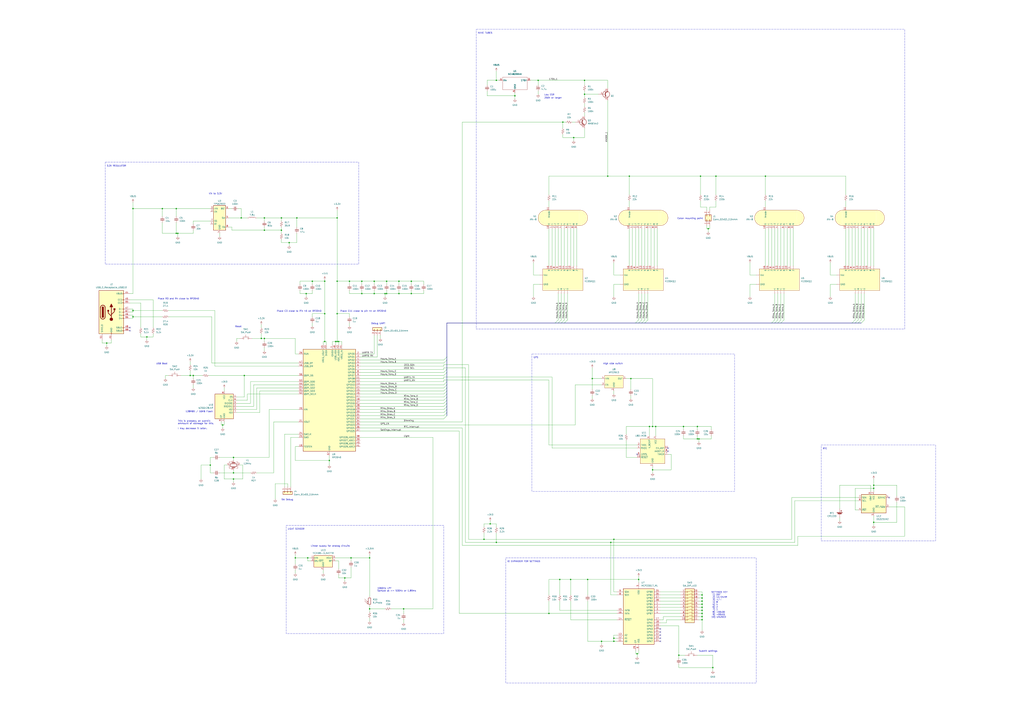
<source format=kicad_sch>
(kicad_sch (version 20231120) (generator "eeschema") (generator_version "8.0")
  (paper "A1")
  (title_block (title "Nixie Tube Clock") (rev "0.1"))
  (junction (at 158.75 308.61))
  (junction (at 307.34 241.3))
  (junction (at 191.77 393.7))
  (junction (at 327.66 241.3))
  (junction (at 287.02 231.14))
  (junction (at 288.29 458.47))
  (junction (at 172.72 382.27))
  (junction (at 231.14 179.07))
  (junction (at 133.35 171.45))
  (junction (at 191.77 388.62))
  (junction (at 523.24 537.21))
  (junction (at 200.66 308.61))
  (junction (at 717.55 401.32))
  (junction (at 198.12 179.07))
  (junction (at 251.46 241.3))
  (junction (at 576.58 501.65))
  (junction (at 217.17 189.23))
  (junction (at 518.16 311.15))
  (junction (at 327.66 231.14))
  (junction (at 109.22 260.35))
  (junction (at 331.47 500.38))
  (junction (at 297.18 241.3))
  (junction (at 276.86 179.07))
  (junction (at 572.77 360.68))
  (junction (at 480.06 66.04))
  (junction (at 307.34 231.14))
  (junction (at 504.19 443.23))
  (junction (at 576.58 506.73))
  (junction (at 266.7 257.81))
  (junction (at 576.58 491.49))
  (junction (at 499.11 144.78))
  (junction (at 588.01 144.78))
  (junction (at 576.58 499.11))
  (junction (at 87.63 281.94))
  (junction (at 276.86 231.14))
  (junction (at 441.96 66.04))
  (junction (at 576.58 488.95))
  (junction (at 450.85 504.19))
  (junction (at 303.53 458.47))
  (junction (at 270.51 378.46))
  (junction (at 256.54 231.14))
  (junction (at 480.06 77.47))
  (junction (at 182.88 349.25))
  (junction (at 252.73 458.47))
  (junction (at 317.5 241.3))
  (junction (at 557.53 538.48))
  (junction (at 494.03 527.05))
  (junction (at 628.65 144.78))
  (junction (at 574.04 360.68))
  (junction (at 109.22 171.45))
  (junction (at 462.28 100.33))
  (junction (at 576.58 494.03))
  (junction (at 214.63 278.13))
  (junction (at 535.94 386.08))
  (junction (at 237.49 199.39))
  (junction (at 217.17 179.07))
  (junction (at 146.05 191.77))
  (junction (at 561.34 350.52))
  (junction (at 109.22 255.27))
  (junction (at 144.78 171.45))
  (junction (at 486.41 311.15))
  (junction (at 581.66 187.96))
  (junction (at 535.94 350.52))
  (junction (at 266.7 231.14))
  (junction (at 422.91 78.74))
  (junction (at 516.89 144.78))
  (junction (at 576.58 509.27))
  (junction (at 504.19 524.51))
  (junction (at 283.21 474.98))
  (junction (at 275.59 280.67))
  (junction (at 144.78 191.77))
  (junction (at 297.18 231.14))
  (junction (at 576.58 496.57))
  (junction (at 231.14 189.23))
  (junction (at 576.58 504.19))
  (junction (at 482.6 476.25))
  (junction (at 316.23 241.3))
  (junction (at 303.53 500.38))
  (junction (at 278.13 280.67))
  (junction (at 407.67 66.04))
  (junction (at 504.19 527.05))
  (junction (at 585.47 548.64))
  (junction (at 533.4 350.52))
  (junction (at 266.7 280.67))
  (junction (at 276.86 257.81))
  (junction (at 191.77 375.92))
  (junction (at 243.84 179.07))
  (junction (at 717.55 398.78))
  (junction (at 156.21 308.61))
  (junction (at 468.63 476.25))
  (junction (at 538.48 350.52))
  (junction (at 572.77 350.52))
  (junction (at 217.17 278.13))
  (junction (at 402.59 430.53))
  (junction (at 317.5 231.14))
  (junction (at 407.67 445.77))
  (junction (at 242.57 458.47))
  (junction (at 337.82 231.14))
  (junction (at 524.51 476.25))
  (junction (at 575.31 144.78))
  (junction (at 501.65 445.77))
  (junction (at 471.17 113.03))
  (junction (at 120.65 276.86))
  (junction (at 337.82 241.3))
  (junction (at 276.86 280.67))
  (junction (at 717.55 429.26))
  (junction (at 397.51 443.23))
  (junction (at 459.74 476.25))
  (no_connect (at 542.29 521.97))
  (no_connect (at 542.29 527.05))
  (no_connect (at 542.29 519.43))
  (no_connect (at 542.29 516.89))
  (no_connect (at 106.68 269.24))
  (no_connect (at 548.64 370.84))
  (no_connect (at 523.24 373.38))
  (no_connect (at 542.29 524.51))
  (no_connect (at 548.64 368.3))
  (no_connect (at 730.25 408.94))
  (no_connect (at 106.68 271.78))
  (bus_entry (at 364.49 316.23) (size 2.54 -2.54))
  (bus_entry (at 364.49 341.63) (size 2.54 -2.54))
  (bus_entry (at 364.49 318.77) (size 2.54 -2.54))
  (bus_entry (at 364.49 326.39) (size 2.54 -2.54))
  (bus_entry (at 364.49 321.31) (size 2.54 -2.54))
  (bus_entry (at 364.49 308.61) (size 2.54 -2.54))
  (bus_entry (at 364.49 331.47) (size 2.54 -2.54))
  (bus_entry (at 633.73 265.43) (size 2.54 -2.54))
  (bus_entry (at 463.55 265.43) (size 2.54 -2.54))
  (bus_entry (at 707.39 265.43) (size 2.54 -2.54))
  (bus_entry (at 364.49 339.09) (size 2.54 -2.54))
  (bus_entry (at 364.49 334.01) (size 2.54 -2.54))
  (bus_entry (at 364.49 298.45) (size 2.54 -2.54))
  (bus_entry (at 364.49 306.07) (size 2.54 -2.54))
  (bus_entry (at 527.05 265.43) (size 2.54 -2.54))
  (bus_entry (at 699.77 265.43) (size 2.54 -2.54))
  (bus_entry (at 461.01 265.43) (size 2.54 -2.54))
  (bus_entry (at 364.49 344.17) (size 2.54 -2.54))
  (bus_entry (at 458.47 265.43) (size 2.54 -2.54))
  (bus_entry (at 364.49 295.91) (size 2.54 -2.54))
  (bus_entry (at 529.59 265.43) (size 2.54 -2.54))
  (bus_entry (at 364.49 328.93) (size 2.54 -2.54))
  (bus_entry (at 641.35 265.43) (size 2.54 -2.54))
  (bus_entry (at 455.93 265.43) (size 2.54 -2.54))
  (bus_entry (at 704.85 265.43) (size 2.54 -2.54))
  (bus_entry (at 638.81 265.43) (size 2.54 -2.54))
  (bus_entry (at 521.97 265.43) (size 2.54 -2.54))
  (bus_entry (at 636.27 265.43) (size 2.54 -2.54))
  (bus_entry (at 524.51 265.43) (size 2.54 -2.54))
  (bus_entry (at 364.49 323.85) (size 2.54 -2.54))
  (bus_entry (at 702.31 265.43) (size 2.54 -2.54))
  (bus_entry (at 364.49 336.55) (size 2.54 -2.54))
  (wire (pts (xy 210.82 336.55) (xy 210.82 318.77)))
  (wire (pts (xy 736.6 412.75) (xy 736.6 429.26)))
  (wire (pts (xy 194.31 280.67) (xy 194.31 278.13)))
  (wire (pts (xy 506.73 486.41) (xy 504.19 486.41)))
  (wire (pts (xy 295.91 321.31) (xy 364.49 321.31)))
  (wire (pts (xy 287.02 233.68) (xy 287.02 231.14)))
  (wire (pts (xy 280.67 280.67) (xy 280.67 283.21)))
  (wire (pts (xy 707.39 241.3) (xy 707.39 262.89)))
  (wire (pts (xy 450.85 312.42) (xy 450.85 365.76)))
  (wire (pts (xy 364.49 313.69) (xy 364.49 312.42)))
  (bus (pts (xy 367.03 316.23) (xy 367.03 313.69)))
  (wire (pts (xy 255.27 461.01) (xy 252.73 461.01)))
  (wire (pts (xy 584.2 360.68) (xy 574.04 360.68)))
  (wire (pts (xy 504.19 524.51) (xy 506.73 524.51)))
  (wire (pts (xy 561.34 350.52) (xy 538.48 350.52)))
  (wire (pts (xy 309.88 293.37) (xy 309.88 275.59)))
  (wire (pts (xy 574.04 506.73) (xy 576.58 506.73)))
  (wire (pts (xy 572.77 358.14) (xy 572.77 360.68)))
  (wire (pts (xy 379.73 351.79) (xy 379.73 448.31)))
  (wire (pts (xy 158.75 316.23) (xy 158.75 318.77)))
  (wire (pts (xy 312.42 275.59) (xy 312.42 278.13)))
  (bus (pts (xy 367.03 318.77) (xy 367.03 316.23)))
  (wire (pts (xy 198.12 179.07) (xy 203.2 179.07)))
  (wire (pts (xy 120.65 276.86) (xy 125.73 276.86)))
  (wire (pts (xy 717.55 401.32) (xy 717.55 403.86)))
  (wire (pts (xy 364.49 312.42) (xy 450.85 312.42)))
  (wire (pts (xy 504.19 321.31) (xy 504.19 323.85)))
  (wire (pts (xy 242.57 455.93) (xy 242.57 458.47)))
  (wire (pts (xy 631.19 187.96) (xy 631.19 218.44)))
  (wire (pts (xy 287.02 260.35) (xy 287.02 257.81)))
  (wire (pts (xy 156.21 297.18) (xy 156.21 299.72)))
  (wire (pts (xy 702.31 419.1) (xy 702.31 401.32)))
  (wire (pts (xy 648.97 187.96) (xy 648.97 218.44)))
  (wire (pts (xy 377.19 504.19) (xy 450.85 504.19)))
  (wire (pts (xy 276.86 179.07) (xy 276.86 231.14)))
  (wire (pts (xy 246.38 238.76) (xy 246.38 241.3)))
  (wire (pts (xy 585.47 538.48) (xy 585.47 548.64)))
  (bus (pts (xy 636.27 265.43) (xy 638.81 265.43)))
  (wire (pts (xy 125.73 276.86) (xy 125.73 274.32)))
  (wire (pts (xy 295.91 344.17) (xy 364.49 344.17)))
  (wire (pts (xy 459.74 501.65) (xy 459.74 494.03)))
  (wire (pts (xy 148.59 308.61) (xy 156.21 308.61)))
  (wire (pts (xy 303.53 497.84) (xy 303.53 500.38)))
  (wire (pts (xy 539.75 187.96) (xy 539.75 218.44)))
  (wire (pts (xy 196.85 382.27) (xy 199.39 382.27)))
  (bus (pts (xy 702.31 265.43) (xy 704.85 265.43)))
  (wire (pts (xy 210.82 318.77) (xy 245.11 318.77)))
  (wire (pts (xy 527.05 187.96) (xy 527.05 218.44)))
  (wire (pts (xy 441.96 66.04) (xy 480.06 66.04)))
  (wire (pts (xy 106.68 259.08) (xy 109.22 259.08)))
  (wire (pts (xy 224.79 388.62) (xy 224.79 346.71)))
  (wire (pts (xy 251.46 241.3) (xy 256.54 241.3)))
  (wire (pts (xy 198.12 171.45) (xy 198.12 179.07)))
  (wire (pts (xy 295.91 331.47) (xy 364.49 331.47)))
  (bus (pts (xy 367.03 321.31) (xy 367.03 318.77)))
  (wire (pts (xy 273.05 280.67) (xy 275.59 280.67)))
  (wire (pts (xy 276.86 280.67) (xy 278.13 280.67)))
  (wire (pts (xy 501.65 488.95) (xy 501.65 445.77)))
  (bus (pts (xy 633.73 265.43) (xy 636.27 265.43)))
  (wire (pts (xy 364.49 299.72) (xy 384.81 299.72)))
  (wire (pts (xy 547.37 511.81) (xy 542.29 511.81)))
  (wire (pts (xy 337.82 241.3) (xy 347.98 241.3)))
  (wire (pts (xy 307.34 241.3) (xy 316.23 241.3)))
  (wire (pts (xy 316.23 241.3) (xy 316.23 243.84)))
  (wire (pts (xy 628.65 165.1) (xy 628.65 170.18)))
  (wire (pts (xy 572.77 350.52) (xy 561.34 350.52)))
  (wire (pts (xy 236.22 400.05) (xy 236.22 397.51)))
  (wire (pts (xy 276.86 257.81) (xy 287.02 257.81)))
  (wire (pts (xy 480.06 66.04) (xy 499.11 66.04)))
  (wire (pts (xy 533.4 350.52) (xy 533.4 358.14)))
  (wire (pts (xy 226.06 397.51) (xy 226.06 410.21)))
  (wire (pts (xy 538.48 350.52) (xy 535.94 350.52)))
  (wire (pts (xy 504.19 443.23) (xy 504.19 486.41)))
  (wire (pts (xy 106.68 261.62) (xy 109.22 261.62)))
  (wire (pts (xy 288.29 458.47) (xy 303.53 458.47)))
  (wire (pts (xy 337.82 238.76) (xy 337.82 241.3)))
  (wire (pts (xy 482.6 476.25) (xy 524.51 476.25)))
  (wire (pts (xy 242.57 278.13) (xy 217.17 278.13)))
  (wire (pts (xy 574.04 509.27) (xy 576.58 509.27)))
  (wire (pts (xy 200.66 326.39) (xy 194.31 326.39)))
  (wire (pts (xy 181.61 346.71) (xy 181.61 349.25)))
  (wire (pts (xy 529.59 241.3) (xy 529.59 262.89)))
  (wire (pts (xy 450.85 187.96) (xy 450.85 218.44)))
  (wire (pts (xy 574.04 360.68) (xy 574.04 363.22)))
  (wire (pts (xy 252.73 461.01) (xy 252.73 458.47)))
  (wire (pts (xy 165.1 382.27) (xy 165.1 393.7)))
  (wire (pts (xy 135.89 311.15) (xy 135.89 308.61)))
  (wire (pts (xy 469.9 100.33) (xy 472.44 100.33)))
  (wire (pts (xy 207.01 278.13) (xy 214.63 278.13)))
  (wire (pts (xy 275.59 280.67) (xy 276.86 280.67)))
  (wire (pts (xy 542.29 496.57) (xy 558.8 496.57)))
  (wire (pts (xy 561.34 360.68) (xy 561.34 358.14)))
  (wire (pts (xy 307.34 238.76) (xy 307.34 241.3)))
  (wire (pts (xy 194.31 331.47) (xy 205.74 331.47)))
  (wire (pts (xy 655.32 448.31) (xy 655.32 440.69)))
  (wire (pts (xy 715.01 398.78) (xy 715.01 403.86)))
  (wire (pts (xy 276.86 172.72) (xy 276.86 179.07)))
  (wire (pts (xy 480.06 77.47) (xy 480.06 80.01)))
  (wire (pts (xy 245.11 321.31) (xy 213.36 321.31)))
  (wire (pts (xy 459.74 476.25) (xy 468.63 476.25)))
  (wire (pts (xy 538.48 350.52) (xy 538.48 358.14)))
  (wire (pts (xy 576.58 501.65) (xy 576.58 504.19)))
  (wire (pts (xy 402.59 427.99) (xy 402.59 430.53)))
  (wire (pts (xy 524.51 187.96) (xy 524.51 218.44)))
  (wire (pts (xy 471.17 113.03) (xy 471.17 115.57)))
  (wire (pts (xy 337.82 231.14) (xy 347.98 231.14)))
  (wire (pts (xy 736.6 429.26) (xy 717.55 429.26)))
  (wire (pts (xy 217.17 278.13) (xy 214.63 278.13)))
  (wire (pts (xy 576.58 488.95) (xy 576.58 491.49)))
  (wire (pts (xy 435.61 66.04) (xy 441.96 66.04)))
  (wire (pts (xy 521.97 187.96) (xy 521.97 218.44)))
  (wire (pts (xy 468.63 509.27) (xy 506.73 509.27)))
  (wire (pts (xy 109.22 171.45) (xy 109.22 241.3)))
  (wire (pts (xy 347.98 231.14) (xy 347.98 233.68)))
  (wire (pts (xy 516.89 144.78) (xy 575.31 144.78)))
  (wire (pts (xy 135.89 308.61) (xy 138.43 308.61)))
  (wire (pts (xy 551.18 373.38) (xy 551.18 386.08)))
  (wire (pts (xy 106.68 246.38) (xy 125.73 246.38)))
  (wire (pts (xy 542.29 499.11) (xy 558.8 499.11)))
  (wire (pts (xy 133.35 182.88) (xy 133.35 191.77)))
  (wire (pts (xy 237.49 199.39) (xy 237.49 201.93)))
  (wire (pts (xy 231.14 186.69) (xy 231.14 189.23)))
  (wire (pts (xy 641.35 241.3) (xy 641.35 262.89)))
  (wire (pts (xy 468.63 476.25) (xy 468.63 488.95)))
  (wire (pts (xy 295.91 308.61) (xy 364.49 308.61)))
  (wire (pts (xy 379.73 351.79) (xy 295.91 351.79)))
  (wire (pts (xy 504.19 443.23) (xy 397.51 443.23)))
  (wire (pts (xy 173.99 298.45) (xy 245.11 298.45)))
  (wire (pts (xy 542.29 504.19) (xy 558.8 504.19)))
  (wire (pts (xy 572.77 538.48) (xy 585.47 538.48)))
  (wire (pts (xy 242.57 278.13) (xy 242.57 290.83)))
  (bus (pts (xy 367.03 265.43) (xy 367.03 293.37)))
  (wire (pts (xy 295.91 313.69) (xy 364.49 313.69)))
  (wire (pts (xy 472.44 316.23) (xy 494.03 316.23)))
  (wire (pts (xy 295.91 341.63) (xy 364.49 341.63)))
  (wire (pts (xy 537.21 187.96) (xy 537.21 218.44)))
  (wire (pts (xy 297.18 231.14) (xy 307.34 231.14)))
  (wire (pts (xy 514.35 350.52) (xy 533.4 350.52)))
  (wire (pts (xy 208.28 316.23) (xy 245.11 316.23)))
  (wire (pts (xy 220.98 336.55) (xy 245.11 336.55)))
  (wire (pts (xy 581.66 187.96) (xy 582.93 187.96)))
  (wire (pts (xy 246.38 241.3) (xy 251.46 241.3)))
  (wire (pts (xy 524.51 476.25) (xy 524.51 478.79)))
  (wire (pts (xy 482.6 494.03) (xy 482.6 527.05)))
  (wire (pts (xy 576.58 494.03) (xy 576.58 496.57)))
  (wire (pts (xy 400.05 69.85) (xy 400.05 66.04)))
  (wire (pts (xy 91.44 279.4) (xy 91.44 281.94)))
  (wire (pts (xy 638.81 187.96) (xy 638.81 218.44)))
  (wire (pts (xy 694.69 165.1) (xy 694.69 170.18)))
  (wire (pts (xy 584.2 358.14) (xy 584.2 360.68)))
  (wire (pts (xy 715.01 187.96) (xy 715.01 218.44)))
  (wire (pts (xy 242.57 463.55) (xy 242.57 458.47)))
  (wire (pts (xy 633.73 187.96) (xy 633.73 218.44)))
  (wire (pts (xy 109.22 260.35) (xy 109.22 261.62)))
  (wire (pts (xy 266.7 280.67) (xy 267.97 280.67)))
  (wire (pts (xy 242.57 290.83) (xy 245.11 290.83)))
  (wire (pts (xy 504.19 521.97) (xy 504.19 524.51)))
  (wire (pts (xy 190.5 186.69) (xy 187.96 186.69)))
  (wire (pts (xy 450.85 504.19) (xy 506.73 504.19)))
  (wire (pts (xy 576.58 486.41) (xy 576.58 488.95)))
  (wire (pts (xy 266.7 229.87) (xy 266.7 231.14)))
  (wire (pts (xy 283.21 474.98) (xy 283.21 477.52)))
  (wire (pts (xy 288.29 466.09) (xy 288.29 474.98)))
  (wire (pts (xy 643.89 187.96) (xy 643.89 218.44)))
  (wire (pts (xy 295.91 346.71) (xy 379.73 346.71)))
  (wire (pts (xy 407.67 430.53) (xy 407.67 433.07)))
  (wire (pts (xy 364.49 300.99) (xy 364.49 299.72)))
  (wire (pts (xy 243.84 191.77) (xy 243.84 199.39)))
  (wire (pts (xy 297.18 238.76) (xy 297.18 241.3)))
  (wire (pts (xy 535.94 311.15) (xy 535.94 350.52)))
  (wire (pts (xy 580.39 185.42) (xy 580.39 187.96)))
  (wire (pts (xy 397.51 433.07) (xy 397.51 430.53)))
  (wire (pts (xy 628.65 187.96) (xy 628.65 218.44)))
  (wire (pts (xy 702.31 401.32) (xy 717.55 401.32)))
  (wire (pts (xy 463.55 187.96) (xy 463.55 218.44)))
  (wire (pts (xy 709.93 241.3) (xy 709.93 262.89)))
  (wire (pts (xy 574.04 494.03) (xy 576.58 494.03)))
  (wire (pts (xy 471.17 113.03) (xy 462.28 113.03)))
  (wire (pts (xy 256.54 241.3) (xy 256.54 238.76)))
  (wire (pts (xy 450.85 488.95) (xy 450.85 476.25)))
  (wire (pts (xy 205.74 313.69) (xy 245.11 313.69)))
  (wire (pts (xy 532.13 187.96) (xy 532.13 218.44)))
  (wire (pts (xy 458.47 187.96) (xy 458.47 218.44)))
  (wire (pts (xy 450.85 365.76) (xy 523.24 365.76)))
  (wire (pts (xy 238.76 359.41) (xy 245.11 359.41)))
  (wire (pts (xy 213.36 321.31) (xy 213.36 339.09)))
  (wire (pts (xy 109.22 166.37) (xy 109.22 171.45)))
  (wire (pts (xy 83.82 279.4) (xy 83.82 281.94)))
  (wire (pts (xy 407.67 438.15) (xy 407.67 445.77)))
  (wire (pts (xy 337.82 231.14) (xy 337.82 233.68)))
  (wire (pts (xy 518.16 325.12) (xy 518.16 327.66)))
  (wire (pts (xy 422.91 81.28) (xy 422.91 78.74)))
  (wire (pts (xy 295.91 311.15) (xy 364.49 311.15)))
  (wire (pts (xy 331.47 509.27) (xy 331.47 511.81)))
  (wire (pts (xy 184.15 318.77) (xy 184.15 321.31)))
  (wire (pts (xy 643.89 241.3) (xy 643.89 262.89)))
  (wire (pts (xy 450.85 494.03) (xy 450.85 504.19)))
  (wire (pts (xy 176.53 300.99) (xy 245.11 300.99)))
  (wire (pts (xy 243.84 186.69) (xy 243.84 179.07)))
  (wire (pts (xy 252.73 458.47) (xy 255.27 458.47)))
  (wire (pts (xy 736.6 398.78) (xy 717.55 398.78)))
  (wire (pts (xy 191.77 388.62) (xy 205.74 388.62)))
  (wire (pts (xy 422.91 76.2) (xy 422.91 78.74)))
  (wire (pts (xy 243.84 199.39) (xy 237.49 199.39)))
  (wire (pts (xy 532.13 241.3) (xy 532.13 262.89)))
  (wire (pts (xy 191.77 375.92) (xy 191.77 378.46)))
  (wire (pts (xy 443.23 233.68) (xy 438.15 233.68)))
  (bus (pts (xy 367.03 336.55) (xy 367.03 334.01)))
  (wire (pts (xy 482.6 527.05) (xy 494.03 527.05)))
  (wire (pts (xy 295.91 349.25) (xy 472.44 349.25)))
  (wire (pts (xy 655.32 440.69) (xy 742.95 440.69)))
  (wire (pts (xy 317.5 231.14) (xy 317.5 233.68)))
  (wire (pts (xy 265.43 280.67) (xy 266.7 280.67)))
  (wire (pts (xy 203.2 328.93) (xy 203.2 323.85)))
  (wire (pts (xy 397.51 430.53) (xy 402.59 430.53)))
  (wire (pts (xy 266.7 257.81) (xy 266.7 280.67)))
  (wire (pts (xy 523.24 537.21) (xy 524.51 537.21)))
  (wire (pts (xy 621.03 233.68) (xy 615.95 233.68)))
  (bus (pts (xy 367.03 339.09) (xy 367.03 336.55)))
  (wire (pts (xy 638.81 241.3) (xy 638.81 262.89)))
  (wire (pts (xy 265.43 468.63) (xy 265.43 471.17)))
  (wire (pts (xy 486.41 325.12) (xy 486.41 327.66)))
  (wire (pts (xy 186.69 382.27) (xy 184.15 382.27)))
  (wire (pts (xy 87.63 281.94) (xy 91.44 281.94)))
  (wire (pts (xy 697.23 187.96) (xy 697.23 218.44)))
  (wire (pts (xy 717.55 424.18) (xy 717.55 429.26)))
  (wire (pts (xy 220.98 336.55) (xy 220.98 375.92)))
  (wire (pts (xy 486.41 302.26) (xy 486.41 311.15)))
  (wire (pts (xy 730.25 416.56) (xy 742.95 416.56)))
  (wire (pts (xy 504.19 521.97) (xy 506.73 521.97)))
  (wire (pts (xy 518.16 311.15) (xy 535.94 311.15)))
  (wire (pts (xy 173.99 260.35) (xy 173.99 298.45)))
  (bus (pts (xy 367.03 313.69) (xy 367.03 306.07)))
  (wire (pts (xy 278.13 280.67) (xy 280.67 280.67)))
  (wire (pts (xy 463.55 241.3) (xy 463.55 262.89)))
  (wire (pts (xy 523.24 537.21) (xy 523.24 539.75)))
  (wire (pts (xy 499.11 144.78) (xy 516.89 144.78)))
  (wire (pts (xy 574.04 501.65) (xy 576.58 501.65)))
  (wire (pts (xy 242.57 468.63) (xy 242.57 471.17)))
  (wire (pts (xy 704.85 408.94) (xy 650.24 408.94)))
  (wire (pts (xy 464.82 100.33) (xy 462.28 100.33)))
  (wire (pts (xy 544.83 509.27) (xy 544.83 506.73)))
  (wire (pts (xy 576.58 496.57) (xy 576.58 499.11)))
  (wire (pts (xy 689.61 398.78) (xy 715.01 398.78)))
  (wire (pts (xy 504.19 233.68) (xy 504.19 243.84)))
  (wire (pts (xy 580.39 170.18) (xy 575.31 170.18)))
  (wire (pts (xy 303.53 508) (xy 303.53 510.54)))
  (wire (pts (xy 182.88 349.25) (xy 184.15 349.25)))
  (wire (pts (xy 146.05 191.77) (xy 146.05 194.31)))
  (wire (pts (xy 736.6 407.67) (xy 736.6 398.78)))
  (bus (pts (xy 458.47 265.43) (xy 461.01 265.43)))
  (wire (pts (xy 582.93 185.42) (xy 582.93 187.96)))
  (wire (pts (xy 462.28 100.33) (xy 462.28 105.41)))
  (wire (pts (xy 214.63 274.32) (xy 214.63 278.13)))
  (wire (pts (xy 438.15 215.9) (xy 438.15 226.06)))
  (wire (pts (xy 327.66 238.76) (xy 327.66 241.3)))
  (wire (pts (xy 295.91 334.01) (xy 364.49 334.01)))
  (wire (pts (xy 275.59 461.01) (xy 278.13 461.01)))
  (wire (pts (xy 509.27 226.06) (xy 504.19 226.06)))
  (wire (pts (xy 347.98 238.76) (xy 347.98 241.3)))
  (wire (pts (xy 184.15 349.25) (xy 184.15 346.71)))
  (wire (pts (xy 542.29 494.03) (xy 558.8 494.03)))
  (wire (pts (xy 200.66 308.61) (xy 200.66 326.39)))
  (wire (pts (xy 175.26 375.92) (xy 172.72 375.92)))
  (wire (pts (xy 527.05 241.3) (xy 527.05 262.89)))
  (wire (pts (xy 717.55 187.96) (xy 717.55 218.44)))
  (wire (pts (xy 303.53 455.93) (xy 303.53 458.47)))
  (wire (pts (xy 307.34 231.14) (xy 307.34 233.68)))
  (wire (pts (xy 295.91 293.37) (xy 309.88 293.37)))
  (wire (pts (xy 172.72 382.27) (xy 172.72 388.62)))
  (wire (pts (xy 641.35 187.96) (xy 641.35 218.44)))
  (wire (pts (xy 650.24 408.94) (xy 650.24 443.23)))
  (wire (pts (xy 146.05 191.77) (xy 158.75 191.77)))
  (wire (pts (xy 120.65 276.86) (xy 120.65 279.4)))
  (wire (pts (xy 158.75 308.61) (xy 158.75 311.15)))
  (wire (pts (xy 109.22 260.35) (xy 109.22 259.08)))
  (bus (pts (xy 367.03 341.63) (xy 367.03 339.09)))
  (wire (pts (xy 410.21 66.04) (xy 407.67 66.04)))
  (wire (pts (xy 687.07 226.06) (xy 681.99 226.06)))
  (wire (pts (xy 210.82 388.62) (xy 224.79 388.62)))
  (wire (pts (xy 138.43 255.27) (xy 176.53 255.27)))
  (wire (pts (xy 468.63 476.25) (xy 482.6 476.25)))
  (wire (pts (xy 217.17 179.07) (xy 231.14 179.07)))
  (wire (pts (xy 575.31 144.78) (xy 588.01 144.78)))
  (bus (pts (xy 641.35 265.43) (xy 699.77 265.43)))
  (wire (pts (xy 273.05 283.21) (xy 273.05 280.67)))
  (wire (pts (xy 256.54 257.81) (xy 266.7 257.81)))
  (wire (pts (xy 535.94 383.54) (xy 535.94 386.08)))
  (wire (pts (xy 694.69 187.96) (xy 694.69 218.44)))
  (wire (pts (xy 382.27 302.26) (xy 382.27 445.77)))
  (wire (pts (xy 580.39 172.72) (xy 580.39 170.18)))
  (wire (pts (xy 307.34 231.14) (xy 317.5 231.14)))
  (wire (pts (xy 453.39 309.88) (xy 453.39 368.3)))
  (wire (pts (xy 480.06 105.41) (xy 480.06 113.03)))
  (wire (pts (xy 106.68 254) (xy 109.22 254)))
  (wire (pts (xy 243.84 179.07) (xy 276.86 179.07)))
  (wire (pts (xy 699.77 187.96) (xy 699.77 218.44)))
  (wire (pts (xy 450.85 144.78) (xy 450.85 160.02)))
  (wire (pts (xy 584.2 350.52) (xy 572.77 350.52)))
  (wire (pts (xy 694.69 144.78) (xy 694.69 160.02)))
  (wire (pts (xy 574.04 496.57) (xy 576.58 496.57)))
  (wire (pts (xy 646.43 187.96) (xy 646.43 218.44)))
  (wire (pts (xy 529.59 187.96) (xy 529.59 218.44)))
  (wire (pts (xy 582.93 170.18) (xy 588.01 170.18)))
  (wire (pts (xy 588.01 144.78) (xy 628.65 144.78)))
  (wire (pts (xy 115.57 276.86) (xy 120.65 276.86)))
  (wire (pts (xy 327.66 241.3) (xy 337.82 241.3)))
  (wire (pts (xy 256.54 231.14) (xy 266.7 231.14)))
  (wire (pts (xy 287.02 231.14) (xy 297.18 231.14)))
  (wire (pts (xy 297.18 241.3) (xy 307.34 241.3)))
  (wire (pts (xy 458.47 241.3) (xy 458.47 262.89)))
  (wire (pts (xy 237.49 199.39) (xy 231.14 199.39)))
  (wire (pts (xy 278.13 461.01) (xy 278.13 467.36)))
  (wire (pts (xy 509.27 233.68) (xy 504.19 233.68)))
  (wire (pts (xy 208.28 316.23) (xy 208.28 334.01)))
  (wire (pts (xy 584.2 353.06) (xy 584.2 350.52)))
  (wire (pts (xy 144.78 171.45) (xy 144.78 177.8)))
  (wire (pts (xy 172.72 171.45) (xy 144.78 171.45)))
  (wire (pts (xy 297.18 231.14) (xy 297.18 233.68)))
  (wire (pts (xy 158.75 189.23) (xy 158.75 191.77)))
  (wire (pts (xy 158.75 308.61) (xy 166.37 308.61)))
  (wire (pts (xy 534.67 187.96) (xy 534.67 218.44)))
  (wire (pts (xy 524.51 241.3) (xy 524.51 262.89)))
  (wire (pts (xy 83.82 281.94) (xy 87.63 281.94)))
  (wire (pts (xy 576.58 506.73) (xy 576.58 509.27)))
  (wire (pts (xy 397.51 438.15) (xy 397.51 443.23)))
  (wire (pts (xy 459.74 476.25) (xy 459.74 488.95)))
  (wire (pts (xy 547.37 509.27) (xy 547.37 511.81)))
  (wire (pts (xy 276.86 231.14) (xy 276.86 257.81)))
  (wire (pts (xy 524.51 473.71) (xy 524.51 476.25)))
  (wire (pts (xy 514.35 356.87) (xy 514.35 350.52)))
  (wire (pts (xy 480.06 77.47) (xy 480.06 74.93)))
  (wire (pts (xy 238.76 359.41) (xy 238.76 400.05)))
  (wire (pts (xy 400.05 66.04) (xy 407.67 66.04)))
  (wire (pts (xy 156.21 304.8) (xy 156.21 308.61)))
  (wire (pts (xy 516.89 187.96) (xy 516.89 218.44)))
  (wire (pts (xy 191.77 375.92) (xy 220.98 375.92)))
  (wire (pts (xy 115.57 248.92) (xy 106.68 248.92)))
  (wire (pts (xy 203.2 323.85) (xy 245.11 323.85)))
  (wire (pts (xy 651.51 187.96) (xy 651.51 218.44)))
  (wire (pts (xy 574.04 360.68) (xy 572.77 360.68)))
  (wire (pts (xy 575.31 165.1) (xy 575.31 170.18)))
  (wire (pts (xy 506.73 488.95) (xy 501.65 488.95)))
  (wire (pts (xy 242.57 378.46) (xy 270.51 378.46)))
  (wire (pts (xy 542.29 501.65) (xy 558.8 501.65)))
  (wire (pts (xy 276.86 257.81) (xy 276.86 280.67)))
  (wire (pts (xy 295.91 303.53) (xy 364.49 303.53)))
  (wire (pts (xy 459.74 501.65) (xy 506.73 501.65)))
  (wire (pts (xy 535.94 350.52) (xy 533.4 350.52)))
  (wire (pts (xy 295.91 328.93) (xy 364.49 328.93)))
  (wire (pts (xy 109.22 171.45) (xy 133.35 171.45)))
  (bus (pts (xy 367.03 306.07) (xy 367.03 303.53)))
  (wire (pts (xy 287.02 265.43) (xy 287.02 267.97)))
  (wire (pts (xy 243.84 179.07) (xy 231.14 179.07)))
  (wire (pts (xy 542.29 491.49) (xy 558.8 491.49)))
  (wire (pts (xy 466.09 187.96) (xy 466.09 218.44)))
  (wire (pts (xy 581.66 187.96) (xy 581.66 190.5)))
  (bus (pts (xy 367.03 328.93) (xy 367.03 326.39)))
  (wire (pts (xy 461.01 241.3) (xy 461.01 262.89)))
  (wire (pts (xy 205.74 331.47) (xy 205.74 313.69)))
  (wire (pts (xy 548.64 373.38) (xy 551.18 373.38)))
  (wire (pts (xy 523.24 375.92) (xy 514.35 375.92)))
  (wire (pts (xy 165.1 382.27) (xy 172.72 382.27)))
  (wire (pts (xy 295.91 298.45) (xy 364.49 298.45)))
  (wire (pts (xy 400.05 78.74) (xy 422.91 78.74)))
  (wire (pts (xy 400.05 74.93) (xy 400.05 78.74)))
  (wire (pts (xy 194.31 278.13) (xy 196.85 278.13)))
  (wire (pts (xy 364.49 309.88) (xy 453.39 309.88)))
  (wire (pts (xy 194.31 336.55) (xy 210.82 336.55)))
  (wire (pts (xy 521.97 537.21) (xy 523.24 537.21)))
  (wire (pts (xy 180.34 388.62) (xy 191.77 388.62)))
  (bus (pts (xy 463.55 265.43) (xy 521.97 265.43)))
  (wire (pts (xy 652.78 445.77) (xy 501.65 445.77)))
  (bus (pts (xy 367.03 303.53) (xy 367.03 295.91)))
  (wire (pts (xy 572.77 360.68) (xy 561.34 360.68)))
  (wire (pts (xy 518.16 311.15) (xy 518.16 320.04)))
  (wire (pts (xy 621.03 226.06) (xy 615.95 226.06)))
  (wire (pts (xy 441.96 66.04) (xy 441.96 69.85)))
  (wire (pts (xy 689.61 425.45) (xy 689.61 427.99)))
  (bus (pts (xy 638.81 265.43) (xy 641.35 265.43)))
  (wire (pts (xy 516.89 165.1) (xy 516.89 170.18)))
  (wire (pts (xy 295.91 300.99) (xy 364.49 300.99)))
  (wire (pts (xy 317.5 238.76) (xy 317.5 241.3)))
  (wire (pts (xy 295.91 354.33) (xy 377.19 354.33)))
  (wire (pts (xy 191.77 388.62) (xy 191.77 386.08)))
  (wire (pts (xy 384.81 443.23) (xy 384.81 299.72)))
  (wire (pts (xy 407.67 445.77) (xy 501.65 445.77)))
  (wire (pts (xy 636.27 241.3) (xy 636.27 262.89)))
  (wire (pts (xy 544.83 506.73) (xy 558.8 506.73)))
  (wire (pts (xy 551.18 386.08) (xy 535.94 386.08)))
  (wire (pts (xy 450.85 165.1) (xy 450.85 170.18)))
  (wire (pts (xy 194.31 328.93) (xy 203.2 328.93)))
  (wire (pts (xy 327.66 231.14) (xy 337.82 231.14)))
  (wire (pts (xy 453.39 187.96) (xy 453.39 218.44)))
  (wire (pts (xy 106.68 256.54) (xy 109.22 256.54)))
  (wire (pts (xy 231.14 189.23) (xy 231.14 191.77)))
  (wire (pts (xy 514.35 375.92) (xy 514.35 361.95)))
  (wire (pts (xy 217.17 285.75) (xy 217.17 288.29)))
  (bus (pts (xy 367.03 331.47) (xy 367.03 328.93)))
  (wire (pts (xy 480.06 92.71) (xy 480.06 95.25)))
  (wire (pts (xy 557.53 538.48) (xy 557.53 541.02)))
  (wire (pts (xy 270.51 374.65) (xy 270.51 378.46)))
  (wire (pts (xy 717.55 393.7) (xy 717.55 398.78)))
  (wire (pts (xy 176.53 300.99) (xy 176.53 255.27)))
  (bus (pts (xy 461.01 265.43) (xy 463.55 265.43)))
  (wire (pts (xy 382.27 445.77) (xy 407.67 445.77)))
  (wire (pts (xy 574.04 504.19) (xy 576.58 504.19)))
  (wire (pts (xy 125.73 246.38) (xy 125.73 269.24)))
  (wire (pts (xy 557.53 548.64) (xy 585.47 548.64)))
  (wire (pts (xy 582.93 172.72) (xy 582.93 170.18)))
  (wire (pts (xy 486.41 311.15) (xy 486.41 320.04)))
  (wire (pts (xy 246.38 231.14) (xy 246.38 233.68)))
  (wire (pts (xy 144.78 171.45) (xy 133.35 171.45)))
  (wire (pts (xy 171.45 308.61) (xy 200.66 308.61)))
  (wire (pts (xy 519.43 187.96) (xy 519.43 218.44)))
  (wire (pts (xy 628.65 144.78) (xy 694.69 144.78)))
  (wire (pts (xy 295.91 359.41) (xy 355.6 359.41)))
  (wire (pts (xy 172.72 388.62) (xy 175.26 388.62)))
  (wire (pts (xy 542.29 509.27) (xy 544.83 509.27)))
  (wire (pts (xy 109.22 254) (xy 109.22 255.27)))
  (wire (pts (xy 245.11 367.03) (xy 242.57 367.03)))
  (wire (pts (xy 213.36 339.09) (xy 194.31 339.09)))
  (wire (pts (xy 278.13 280.67) (xy 278.13 283.21)))
  (wire (pts (xy 251.46 241.3) (xy 251.46 243.84)))
  (wire (pts (xy 473.71 187.96) (xy 473.71 218.44)))
  (wire (pts (xy 199.39 393.7) (xy 191.77 393.7)))
  (wire (pts (xy 462.28 113.03) (xy 462.28 110.49)))
  (wire (pts (xy 200.66 308.61) (xy 245.11 308.61)))
  (wire (pts (xy 181.61 349.25) (xy 182.88 349.25)))
  (wire (pts (xy 652.78 411.48) (xy 652.78 445.77)))
  (wire (pts (xy 379.73 448.31) (xy 655.32 448.31)))
  (wire (pts (xy 295.91 336.55) (xy 364.49 336.55)))
  (wire (pts (xy 224.79 346.71) (xy 245.11 346.71)))
  (wire (pts (xy 187.96 171.45) (xy 190.5 171.45)))
  (wire (pts (xy 283.21 474.98) (xy 288.29 474.98)))
  (wire (pts (xy 585.47 551.18) (xy 585.47 548.64)))
  (wire (pts (xy 287.02 241.3) (xy 297.18 241.3)))
  (wire (pts (xy 180.34 375.92) (xy 191.77 375.92)))
  (wire (pts (xy 307.34 290.83) (xy 307.34 275.59)))
  (bus (pts (xy 527.05 265.43) (xy 529.59 265.43)))
  (wire (pts (xy 364.49 302.26) (xy 382.27 302.26)))
  (wire (pts (xy 588.01 165.1) (xy 588.01 170.18)))
  (wire (pts (xy 316.23 500.38) (xy 303.53 500.38)))
  (wire (pts (xy 453.39 368.3) (xy 523.24 368.3)))
  (wire (pts (xy 687.07 233.68) (xy 681.99 233.68)))
  (wire (pts (xy 504.19 527.05) (xy 506.73 527.05)))
  (wire (pts (xy 407.67 66.04) (xy 407.67 58.42)))
  (wire (pts (xy 109.22 260.35) (xy 133.35 260.35)))
  (wire (pts (xy 233.68 356.87) (xy 233.68 400.05)))
  (wire (pts (xy 182.88 349.25) (xy 182.88 351.79)))
  (wire (pts (xy 236.22 397.51) (xy 226.06 397.51)))
  (wire (pts (xy 109.22 255.27) (xy 109.22 256.54)))
  (wire (pts (xy 303.53 458.47) (xy 303.53 490.22)))
  (wire (pts (xy 295.91 323.85) (xy 364.49 323.85)))
  (wire (pts (xy 576.58 491.49) (xy 576.58 494.03)))
  (wire (pts (xy 231.14 179.07) (xy 231.14 181.61)))
  (wire (pts (xy 524.51 534.67) (xy 524.51 537.21)))
  (wire (pts (xy 190.5 186.69) (xy 190.5 189.23)))
  (wire (pts (xy 572.77 350.52) (xy 572.77 353.06)))
  (wire (pts (xy 574.04 488.95) (xy 576.58 488.95)))
  (wire (pts (xy 295.91 339.09) (xy 364.49 339.09)))
  (wire (pts (xy 316.23 241.3) (xy 317.5 241.3)))
  (wire (pts (xy 461.01 187.96) (xy 461.01 218.44)))
  (wire (pts (xy 217.17 179.07) (xy 217.17 181.61)))
  (wire (pts (xy 133.35 171.45) (xy 133.35 177.8)))
  (wire (pts (xy 295.91 318.77) (xy 364.49 318.77)))
  (wire (pts (xy 450.85 476.25) (xy 459.74 476.25)))
  (wire (pts (xy 542.29 514.35) (xy 557.53 514.35)))
  (wire (pts (xy 217.17 186.69) (xy 217.17 189.23)))
  (wire (pts (xy 208.28 334.01) (xy 194.31 334.01)))
  (wire (pts (xy 443.23 226.06) (xy 438.15 226.06)))
  (wire (pts (xy 516.89 144.78) (xy 516.89 160.02)))
  (wire (pts (xy 87.63 281.94) (xy 87.63 284.48)))
  (bus (pts (xy 524.51 265.43) (xy 527.05 265.43)))
  (wire (pts (xy 615.95 233.68) (xy 615.95 243.84)))
  (bus (pts (xy 704.85 265.43) (xy 707.39 265.43)))
  (bus (pts (xy 455.93 265.43) (xy 458.47 265.43)))
  (wire (pts (xy 217.17 278.13) (xy 217.17 280.67)))
  (bus (pts (xy 367.03 326.39) (xy 367.03 323.85)))
  (wire (pts (xy 246.38 231.14) (xy 256.54 231.14)))
  (wire (pts (xy 702.31 187.96) (xy 702.31 218.44)))
  (wire (pts (xy 158.75 181.61) (xy 158.75 184.15)))
  (wire (pts (xy 295.91 326.39) (xy 364.49 326.39)))
  (wire (pts (xy 535.94 386.08) (xy 535.94 388.62)))
  (wire (pts (xy 574.04 486.41) (xy 576.58 486.41)))
  (wire (pts (xy 275.59 280.67) (xy 275.59 283.21)))
  (wire (pts (xy 499.11 144.78) (xy 450.85 144.78)))
  (wire (pts (xy 242.57 458.47) (xy 252.73 458.47)))
  (wire (pts (xy 542.29 486.41) (xy 558.8 486.41)))
  (wire (pts (xy 689.61 398.78) (xy 689.61 417.83)))
  (wire (pts (xy 615.95 215.9) (xy 615.95 226.06)))
  (wire (pts (xy 144.78 191.77) (xy 146.05 191.77)))
  (wire (pts (xy 650.24 443.23) (xy 504.19 443.23)))
  (wire (pts (xy 184.15 382.27) (xy 184.15 393.7)))
  (wire (pts (xy 217.17 189.23) (xy 231.14 189.23)))
  (wire (pts (xy 256.54 260.35) (xy 256.54 257.81)))
  (wire (pts (xy 557.53 514.35) (xy 557.53 538.48)))
  (wire (pts (xy 628.65 160.02) (xy 628.65 144.78)))
  (wire (pts (xy 576.58 509.27) (xy 576.58 518.16)))
  (wire (pts (xy 574.04 491.49) (xy 576.58 491.49)))
  (wire (pts (xy 494.03 527.05) (xy 494.03 529.59)))
  (wire (pts (xy 482.6 476.25) (xy 482.6 488.95)))
  (wire (pts (xy 377.19 354.33) (xy 377.19 504.19)))
  (wire (pts (xy 138.43 260.35) (xy 173.99 260.35)))
  (bus (pts (xy 699.77 265.43) (xy 702.31 265.43)))
  (wire (pts (xy 172.72 375.92) (xy 172.72 382.27)))
  (wire (pts (xy 704.85 187.96) (xy 704.85 218.44)))
  (bus (pts (xy 367.03 265.43) (xy 455.93 265.43)))
  (bus (pts (xy 367.03 323.85) (xy 367.03 321.31)))
  (wire (pts (xy 355.6 359.41) (xy 355.6 500.38)))
  (wire (pts (xy 133.35 191.77) (xy 144.78 191.77)))
  (wire (pts (xy 267.97 280.67) (xy 267.97 283.21)))
  (wire (pts (xy 707.39 187.96) (xy 707.39 218.44)))
  (wire (pts (xy 187.96 179.07) (xy 198.12 179.07)))
  (wire (pts (xy 195.58 171.45) (xy 198.12 171.45)))
  (wire (pts (xy 295.91 290.83) (xy 307.34 290.83)))
  (wire (pts (xy 242.57 367.03) (xy 242.57 378.46)))
  (wire (pts (xy 275.59 458.47) (xy 288.29 458.47)))
  (bus (pts (xy 367.03 334.01) (xy 367.03 331.47)))
  (wire (pts (xy 576.58 499.11) (xy 576.58 501.65)))
  (wire (pts (xy 278.13 474.98) (xy 283.21 474.98)))
  (wire (pts (xy 402.59 430.53) (xy 407.67 430.53)))
  (wire (pts (xy 265.43 283.21) (xy 265.43 280.67)))
  (wire (pts (xy 191.77 393.7) (xy 191.77 396.24)))
  (wire (pts (xy 438.15 233.68) (xy 438.15 243.84)))
  (wire (pts (xy 712.47 187.96) (xy 712.47 218.44)))
  (wire (pts (xy 514.35 311.15) (xy 518.16 311.15)))
  (wire (pts (xy 636.27 187.96) (xy 636.27 218.44)))
  (wire (pts (xy 156.21 308.61) (xy 158.75 308.61)))
  (wire (pts (xy 331.47 500.38) (xy 331.47 504.19)))
  (wire (pts (xy 468.63 494.03) (xy 468.63 509.27)))
  (wire (pts (xy 180.34 191.77) (xy 180.34 194.31)))
  (wire (pts (xy 486.41 311.15) (xy 494.03 311.15)))
  (wire (pts (xy 295.91 306.07) (xy 364.49 306.07)))
  (wire (pts (xy 364.49 311.15) (xy 364.49 309.88)))
  (wire (pts (xy 557.53 546.1) (xy 557.53 548.64)))
  (wire (pts (xy 468.63 187.96) (xy 468.63 218.44)))
  (wire (pts (xy 471.17 187.96) (xy 471.17 218.44)))
  (wire (pts (xy 379.73 100.33) (xy 462.28 100.33)))
  (wire (pts (xy 379.73 346.71) (xy 379.73 100.33)))
  (wire (pts (xy 558.8 509.27) (xy 547.37 509.27)))
  (wire (pts (xy 270.51 378.46) (xy 270.51 382.27)))
  (wire (pts (xy 709.93 187.96) (xy 709.93 218.44)))
  (wire (pts (xy 317.5 241.3) (xy 327.66 241.3)))
  (wire (pts (xy 717.55 429.26) (xy 717.55 431.8)))
  (wire (pts (xy 303.53 500.38) (xy 303.53 502.92)))
  (wire (pts (xy 681.99 215.9) (xy 681.99 226.06)))
  (wire (pts (xy 480.06 85.09) (xy 480.06 87.63)))
  (wire (pts (xy 214.63 266.7) (xy 214.63 269.24)))
  (wire (pts (xy 288.29 458.47) (xy 288.29 461.01)))
  (wire (pts (xy 397.51 443.23) (xy 384.81 443.23)))
  (wire (pts (xy 499.11 66.04) (xy 499.11 72.39)))
  (wire (pts (xy 233.68 356.87) (xy 245.11 356.87)))
  (wire (pts (xy 480.06 66.04) (xy 480.06 69.85)))
  (wire (pts (xy 327.66 231.14) (xy 327.66 233.68)))
  (wire (pts (xy 441.96 74.93) (xy 441.96 77.47)))
  (wire (pts (xy 455.93 187.96) (xy 455.93 218.44)))
  (wire (pts (xy 504.19 215.9) (xy 504.19 226.06)))
  (wire (pts (xy 471.17 113.03) (xy 480.06 113.03)))
  (bus (pts (xy 521.97 265.43) (xy 524.51 265.43)))
  (wire (pts (xy 115.57 276.86) (xy 115.57 274.32)))
  (wire (pts (xy 256.54 265.43) (xy 256.54 267.97)))
  (wire (pts (xy 521.97 534.67) (xy 521.97 537.21)))
  (wire (pts (xy 588.01 160.02) (xy 588.01 144.78)))
  (wire (pts (xy 717.55 398.78) (xy 717.55 401.32)))
  (wire (pts (xy 504.19 524.51) (xy 504.19 527.05)))
  (bus (pts (xy 529.59 265.43) (xy 633.73 265.43)))
  (wire (pts (xy 266.7 231.14) (xy 266.7 257.81)))
  (wire (pts (xy 144.78 182.88) (xy 144.78 191.77)))
  (wire (pts (xy 190.5 189.23) (xy 217.17 189.23)))
  (wire (pts (xy 256.54 233.68) (xy 256.54 231.14)))
  (wire (pts (xy 499.11 82.55) (xy 499.11 144.78)))
  (wire (pts (xy 295.91 316.23) (xy 364.49 316.23)))
  (wire (pts (xy 742.95 440.69) (xy 742.95 416.56)))
  (wire (pts (xy 115.57 269.24) (xy 115.57 248.92)))
  (wire (pts (xy 491.49 77.47) (xy 480.06 77.47)))
  (wire (pts (xy 466.09 241.3) (xy 466.09 262.89)))
  (wire (pts (xy 704.85 419.1) (xy 702.31 419.1)))
  (wire (pts (xy 652.78 411.48) (xy 704.85 411.48)))
  (wire (pts (xy 704.85 241.3) (xy 704.85 262.89)))
  (wire (pts (xy 172.72 181.61) (xy 158.75 181.61)))
  (wire (pts (xy 231.14 199.39) (xy 231.14 196.85)))
  (wire (pts (xy 287.02 238.76) (xy 287.02 241.3)))
  (wire (pts (xy 681.99 233.68) (xy 681.99 243.84)))
  (wire (pts (xy 278.13 472.44) (xy 278.13 474.98)))
  (wire (pts (xy 494.03 527.05) (xy 504.19 527.05)))
  (wire (pts (xy 184.15 393.7) (xy 191.77 393.7)))
  (bus (pts (xy 367.03 295.91) (xy 367.03 293.37)))
  (wire (pts (xy 576.58 504.19) (xy 576.58 506.73)))
  (wire (pts (xy 561.34 350.52) (xy 561.34 353.06)))
  (wire (pts (xy 355.6 500.38) (xy 331.47 500.38)))
  (wire (pts (xy 276.86 231.14) (xy 287.02 231.14)))
  (wire (pts (xy 575.31 160.02) (xy 575.31 144.78)))
  (wire (pts (xy 580.39 187.96) (xy 581.66 187.96)))
  (wire (pts (xy 295.91 295.91) (xy 364.49 295.91)))
  (wire (pts (xy 317.5 231.14) (xy 327.66 231.14)))
  (wire (pts (xy 574.04 499.11) (xy 576.58 499.11)))
  (wire (pts (xy 109.22 255.27) (xy 133.35 255.27)))
  (wire (pts (xy 472.44 349.25) (xy 472.44 316.23)))
  (wire (pts (xy 199.39 382.27) (xy 199.39 393.7)))
  (wire (pts (xy 210.82 179.07) (xy 217.17 179.07)))
  (wire (pts (xy 542.29 488.95) (xy 558.8 488.95)))
  (wire (pts (xy 364.49 303.53) (xy 364.49 302.26)))
  (wire (pts (xy 321.31 500.38) (xy 331.47 500.38)))
  (wire (pts (xy 702.31 241.3) (xy 702.31 262.89)))
  (wire (pts (xy 557.53 538.48) (xy 562.61 538.48)))
  (wire (pts (xy 109.22 241.3) (xy 106.68 241.3)))
  (rectangle (start 674.37 365.76) (end 768.35 444.5) (stroke (width 0) (type dash)))
  (rectangle (start 234.95 431.8) (end 364.49 520.7) (stroke (width 0) (type dash)))
  (rectangle (start 86.36 133.35) (end 294.64 217.17) (stroke (width 0) (type dash)))
  (rectangle (start 436.88 290.83) (end 603.25 403.86) (stroke (width 0) (type dash)))
  (rectangle (start 415.29 458.47) (end 621.03 561.34) (stroke (width 0) (type dash)))
  (rectangle (start 391.16 24.13) (end 742.95 270.51) (stroke (width 0) (type dash)))
  (text "SW Debug\n" (at 231.14 411.48 0) (effects (font (size 1.27 1.27)) (justify left bottom)))
  (text "Place C11 close to pin 44 on RP2040" (at 279.4 256.54 0) (effects (font (size 1.27 1.27)) (justify left bottom)))
  (text "This is probably an overkill \nammount of storeage for this.\n\nI may decrease it latter." (at 146.05 353.06 0) (effects (font (size 1.27 1.27)) (justify left bottom)))
  (text "RTC" (at 675.64 369.57 0) (effects (font (size 1.27 1.27)) (justify left bottom)))
  (text "1060Hz LPF\nSample at <= 530Hz or 1.89ms\n" (at 309.88 486.41 0) (effects (font (size 1.27 1.27)) (justify left bottom)))
  (text "GPS" (at 438.15 294.64 0) (effects (font (size 1.27 1.27)) (justify left bottom)))
  (text "Debug UART" (at 304.8 266.7 0) (effects (font (size 1.27 1.27)) (justify left bottom)))
  (text "Submit settings" (at 574.04 535.94 0) (effects (font (size 1.27 1.27)) (justify left bottom)))
  (text "High side switch" (at 495.3 299.72 0) (effects (font (size 1.27 1.27)) (justify left bottom)))
  (text "USB Boot\n" (at 128.27 299.72 0) (effects (font (size 1.27 1.27)) (justify left bottom)))
  (text "Place C3 close to Pin 45 on RP2040" (at 227.33 256.54 0) (effects (font (size 1.27 1.27)) (justify left bottom)))
  (text "250V or larger" (at 447.04 81.28 0) (effects (font (size 1.27 1.27)) (justify left bottom)))
  (text "Place R3 and R4 close to RP2040" (at 129.54 246.38 0) (effects (font (size 1.27 1.27)) (justify left bottom)))
  (text "128MBit / 16MB Flash\n" (at 152.4 339.09 0) (effects (font (size 1.27 1.27)) (justify left bottom)))
  (text "NIXIE TUBES" (at 392.43 27.94 0) (effects (font (size 1.27 1.27)) (justify left bottom)))
  (text "Linear supply for analog circuits" (at 255.27 449.58 0) (effects (font (size 1.27 1.27)) (justify left bottom)))
  (text "3.3V REGULATOR" (at 87.63 137.16 0) (effects (font (size 1.27 1.27)) (justify left bottom)))
  (text "Colon mounting point" (at 556.26 180.34 0) (effects (font (size 1.27 1.27)) (justify left bottom)))
  (text "SETTINGS KEY\n 1) DST\n 2) 12/24HR\n 3) +/-\n 4) 8\n 5) 4\n 6) 2\n 7) 1\n 8) +00:30\n 9) +00:45\n10) UNUSED" (at 584.2 508 0) (effects (font (size 1.27 1.27)) (justify left bottom)))
  (text "LIGHT SENSOR" (at 236.22 435.61 0) (effects (font (size 1.27 1.27)) (justify left bottom)))
  (text "Vin to 3.3V" (at 171.45 160.02 0) (effects (font (size 1.27 1.27)) (justify left bottom)))
  (text "Low ESR" (at 447.04 78.74 0) (effects (font (size 1.27 1.27)) (justify left bottom)))
  (text "IO EXPANDER FOR SETTINGS" (at 416.56 462.28 0) (effects (font (size 1.27 1.27)) (justify left bottom)))
  (text "Reset\n" (at 193.04 269.24 0) (effects (font (size 1.27 1.27)) (justify left bottom)))
  (label "170V_1" (at 450.85 66.04 0))
  (label "Mins_Ones_B" (at 704.85 261.62 90))
  (label "Hours_Tens_C" (at 463.55 261.62 90))
  (label "Hours_Ones_C" (at 312.42 321.31 0))
  (label "Light" (at 331.47 359.41 0))
  (label "Mins_Tens_C" (at 331.47 331.47 0))
  (label "UART1_RX" (at 331.47 313.69 0))
  (label "Hours_Ones_D" (at 312.42 323.85 0))
  (label "Hours_Ones_B" (at 312.42 318.77 0))
  (label "Mins_Tens_B" (at 638.81 261.62 90))
  (label "I2C0_SDA" (at 331.47 300.99 0))
  (label "UART0 RX" (at 297.18 293.37 0))
  (label "Mins_Tens_B" (at 331.47 328.93 0))
  (label "I2C0 SCL" (at 331.47 303.53 0))
  (label "Hours_Tens_B" (at 461.01 261.62 90))
  (label "Hours_Ones_B" (at 527.05 261.62 90))
  (label "Dimming" (at 331.47 346.71 0))
  (label "Hours_Tens_A" (at 458.47 261.62 90))
  (label "Mins_Ones_B" (at 312.42 339.09 0))
  (label "Mins_Ones_A" (at 312.42 336.55 0))
  (label "Settings_Interrupt" (at 312.42 354.33 0))
  (label "Mins_Tens_D" (at 331.47 334.01 0))
  (label "Hours_Tens_B" (at 312.42 298.45 0))
  (label "ANODE_1" (at 499.11 116.84 90))
  (label "RTC_Interrupt" (at 331.47 351.79 0))
  (label "UART0 TX" (at 297.18 290.83 0))
  (label "Hours_Tens_D" (at 312.42 308.61 0))
  (label "Mins_Ones_A" (at 702.31 261.62 90))
  (label "Mins_Tens_C" (at 641.35 261.62 90))
  (label "Hours_Ones_A" (at 312.42 316.23 0))
  (label "Mins_Ones_D" (at 312.42 344.17 0))
  (label "GPS_EN" (at 312.42 349.25 0))
  (label "Hours_Tens_A" (at 312.42 295.91 0))
  (label "Hours_Tens_D" (at 466.09 261.62 90))
  (label "Mins_Ones_D" (at 709.93 261.62 90))
  (label "Mins_Tens_A" (at 636.27 261.62 90))
  (label "Mins_Ones_C" (at 312.42 341.63 0))
  (label "Hours_Ones_A" (at 524.51 261.62 90))
  (label "Hours_Tens_C" (at 312.42 306.07 0))
  (label "Hours_Ones_C" (at 529.59 261.62 90))
  (label "Hours_Ones_D" (at 532.13 261.62 90))
  (label "Mins_Tens_A" (at 331.47 326.39 0))
  (label "UART1_TX" (at 331.47 311.15 0))
  (label "Mins_Ones_C" (at 707.39 261.62 90))
  (label "Mins_Tens_D" (at 643.89 261.62 90))
  (symbol (lib_id "power:GND") (at 523.24 539.75 0) (unit 1)
    (property "Reference" "#PWR061" (effects (hide yes)))
    (property "Value" "GND" (at 523.24 544.83 0))
  )
  (symbol (lib_id "power:GND") (at 180.34 194.31 0) (unit 1)
    (property "Reference" "#PWR012" (effects (hide yes)))
    (property "Value" "GND" (at 180.34 199.39 0))
  )
  (symbol (lib_id "Device:R_Small_US") (at 135.89 260.35 270) (mirror x) (unit 1)
    (property "Reference" "R20" (at 135.89 266.7 90))
    (property "Value" "27.4" (at 135.89 264.16 90))
    (property "Footprint" "Resistor_SMD:R_0402_1005Metric" (effects (hide yes)))
  )
  (symbol (lib_id "power:GND") (at 471.17 115.57 0) (unit 1)
    (property "Reference" "#PWR06" (effects (hide yes)))
    (property "Value" "GND" (at 471.17 120.65 0))
  )
  (symbol (lib_id "power:+3.3V") (at 156.21 297.18 0) (unit 1)
    (property "Reference" "#PWR033" (effects (hide yes)))
    (property "Value" "+3.3V" (at 156.21 292.1 0))
  )
  (symbol (lib_id "Switch:SW_Push") (at 567.69 538.48 0) (unit 1)
    (property "Reference" "SW4" (at 567.69 530.86 0))
    (property "Value" "SW_Push" (at 567.69 533.4 0))
    (property "Footprint" "Button_Switch_SMD:SW_Push_1P1T_NO_CK_KMR2" (effects (hide yes)))
    (property "MPN" "KMR213G LFG" (effects (hide yes)))
  )
  (symbol (lib_id "power:GND") (at 494.03 529.59 0) (unit 1)
    (property "Reference" "#PWR060" (effects (hide yes)))
    (property "Value" "GND" (at 494.03 534.67 0))
  )
  (symbol (lib_id "Device:R_Small_US") (at 514.35 359.41 0) (mirror y) (unit 1)
    (property "Reference" "R26" (at 511.81 358.14 0) (effects (justify left)))
    (property "Value" "10k" (at 511.81 360.68 0) (effects (justify left)))
    (property "Footprint" "Resistor_SMD:R_0603_1608Metric" (effects (hide yes)))
  )
  (symbol (lib_id "power:VBUS") (at 407.67 58.42 0) (unit 1)
    (property "Reference" "#PWR01" (effects (hide yes)))
    (property "Value" "VBUS" (at 407.67 53.34 0))
  )
  (symbol (lib_id "Device:R_Small_US") (at 318.77 500.38 90) (mirror x) (unit 1)
    (property "Reference" "R34" (at 318.77 494.03 90))
    (property "Value" "150" (at 318.77 496.57 90))
    (property "Footprint" "Resistor_SMD:R_0603_1608Metric" (effects (hide yes)))
  )
  (symbol (lib_id "Device:C_Small") (at 133.35 180.34 0) (unit 1)
    (property "Reference" "C4" (at 135.89 179.0763 0) (effects (justify left)))
    (property "Value" "10u" (at 135.89 181.6163 0) (effects (justify left)))
    (property "Footprint" "Capacitor_SMD:C_0603_1608Metric" (effects (hide yes)))
  )
  (symbol (lib_id "Device:R_Small_US") (at 516.89 162.56 0) (unit 1)
    (property "Reference" "R12" (at 519.43 161.29 0) (effects (justify left)))
    (property "Value" "22k" (at 519.43 163.83 0) (effects (justify left)))
    (property "Footprint" "Resistor_SMD:R_0805_2012Metric" (effects (hide yes)))
  )
  (symbol (lib_id "power:+3V3") (at 524.51 473.71 0) (unit 1)
    (property "Reference" "#PWR055" (effects (hide yes)))
    (property "Value" "+3V3" (at 524.51 468.63 0))
  )
  (symbol (lib_id "power:GND") (at 717.55 431.8 0) (unit 1)
    (property "Reference" "#PWR050" (effects (hide yes)))
    (property "Value" "GND" (at 717.55 436.88 0))
  )
  (symbol (lib_id "Device:R_Small_US") (at 462.28 107.95 0) (unit 1)
    (property "Reference" "R9" (at 464.82 106.68 0) (effects (justify left)))
    (property "Value" "10k" (at 464.82 109.22 0) (effects (justify left)))
    (property "Footprint" "Resistor_SMD:R_0603_1608Metric" (effects (hide yes)))
  )
  (symbol (lib_id "Interface_Expansion:MCP23017_ML") (at 524.51 506.73 0) (unit 1)
    (property "Reference" "U7" (at 526.7041 478.79 0) (effects (justify left)))
    (property "Value" "MCP23017_ML" (at 526.7041 481.33 0) (effects (justify left)))
    (property "Footprint" "Package_DFN_QFN:QFN-28-1EP_6x6mm_P0.65mm_EP4.25x4.25mm" (effects (hide yes)))
    (property "Datasheet" "http://ww1.microchip.com/downloads/en/DeviceDoc/20001952C.pdf" (effects (hide yes)))
    (property "Description" "16-bit I/O expander, I2C, interrupts, w pull-ups, QFN-28" (effects (hide yes)))
  )
  (symbol (lib_id "Device:C_Small") (at 572.77 355.6 0) (mirror y) (unit 1)
    (property "Reference" "C25" (at 570.23 354.3363 0) (effects (justify left)))
    (property "Value" "100n" (at 570.23 356.8763 0) (effects (justify left)))
    (property "Footprint" "Capacitor_SMD:C_0603_1608Metric" (effects (hide yes)))
  )
  (symbol (lib_id "power:GND") (at 87.63 284.48 0) (unit 1)
    (property "Reference" "#PWR031" (effects (hide yes)))
    (property "Value" "GND" (at 87.63 289.56 0))
  )
  (symbol (lib_id "power:GND") (at 217.17 288.29 0) (unit 1)
    (property "Reference" "#PWR032" (effects (hide yes)))
    (property "Value" "GND" (at 217.17 293.37 0))
  )
  (symbol (lib_id "power:GND") (at 165.1 393.7 0) (unit 1)
    (property "Reference" "#PWR045" (effects (hide yes)))
    (property "Value" "GND" (at 165.1 398.78 0))
  )
  (symbol (lib_id "Switch:SW_Push") (at 143.51 308.61 0) (unit 1)
    (property "Reference" "SW2" (at 143.51 300.99 0))
    (property "Value" "SW_Push" (at 143.51 303.53 0))
    (property "Footprint" "Button_Switch_SMD:SW_Push_1P1T_NO_CK_KMR2" (effects (hide yes)))
    (property "MPN" "KMR213G LFG" (effects (hide yes)))
  )
  (symbol (lib_id "Device:R_Small_US") (at 588.01 162.56 0) (unit 1)
    (property "Reference" "R14" (at 590.55 161.29 0) (effects (justify left)))
    (property "Value" "220k" (at 590.55 163.83 0) (effects (justify left)))
    (property "Footprint" "Resistor_SMD:R_0805_2012Metric" (effects (hide yes)))
  )
  (symbol (lib_id "power:GND") (at 237.49 201.93 0) (unit 1)
    (property "Reference" "#PWR013" (effects (hide yes)))
    (property "Value" "GND" (at 237.49 207.01 0))
  )
  (symbol (lib_id "Device:C_Small") (at 193.04 171.45 90) (unit 1)
    (property "Reference" "C3" (at 193.0463 165.1 90))
    (property "Value" "100n" (at 193.0463 167.64 90))
    (property "Footprint" "Capacitor_SMD:C_0603_1608Metric" (effects (hide yes)))
  )
  (symbol (lib_id "power:GND") (at 504.19 243.84 0) (unit 1)
    (property "Reference" "#PWR022" (effects (hide yes)))
    (property "Value" "GND" (at 504.19 248.92 0))
  )
  (symbol (lib_id "power:GND") (at 256.54 267.97 0) (unit 1)
    (property "Reference" "#PWR026" (effects (hide yes)))
    (property "Value" "GND" (at 256.54 273.05 0))
  )
  (symbol (lib_id "power:+3V3") (at 184.15 318.77 0) (unit 1)
    (property "Reference" "#PWR037" (effects (hide yes)))
    (property "Value" "+3V3" (at 184.15 313.69 0))
  )
  (symbol (lib_id "Device:C_Small") (at 177.8 375.92 90) (unit 1)
    (property "Reference" "C27" (at 177.8063 369.57 90))
    (property "Value" "8p" (at 177.8063 372.11 90))
    (property "Footprint" "Capacitor_SMD:C_0402_1005Metric" (effects (hide yes)))
  )
  (symbol (lib_id "Device:C_Small") (at 557.53 543.56 0) (unit 1)
    (property "Reference" "C35" (at 560.07 542.2963 0) (effects (justify left)))
    (property "Value" "100n" (at 560.07 544.8363 0) (effects (justify left)))
    (property "Footprint" "Capacitor_SMD:C_0603_1608Metric" (effects (hide yes)))
  )
  (symbol (lib_id "Device:C_Small") (at 246.38 236.22 0) (unit 1)
    (property "Reference" "C9" (at 248.92 234.9563 0) (effects (justify left)))
    (property "Value" "100n" (at 248.92 237.4963 0) (effects (justify left)))
    (property "Footprint" "Capacitor_SMD:C_0603_1608Metric" (effects (hide yes)))
  )
  (symbol (lib_id "Device:R_Small_US") (at 694.69 162.56 0) (unit 1)
    (property "Reference" "R16" (at 697.23 161.29 0) (effects (justify left)))
    (property "Value" "22k" (at 697.23 163.83 0) (effects (justify left)))
    (property "Footprint" "Resistor_SMD:R_0805_2012Metric" (effects (hide yes)))
  )
  (symbol (lib_id "power:GND") (at 486.41 327.66 0) (unit 1)
    (property "Reference" "#PWR039" (effects (hide yes)))
    (property "Value" "GND" (at 486.41 332.74 0))
  )
  (symbol (lib_id "power:GND") (at 504.19 323.85 0) (unit 1)
    (property "Reference" "#PWR038" (effects (hide yes)))
    (property "Value" "GND" (at 504.19 328.93 0))
  )
  (symbol (lib_id "Device:C_Small") (at 584.2 355.6 0) (mirror y) (unit 1)
    (property "Reference" "C26" (at 581.66 354.3363 0) (effects (justify left)))
    (property "Value" "10u" (at 581.66 356.8763 0) (effects (justify left)))
    (property "Footprint" "Capacitor_SMD:C_0603_1608Metric" (effects (hide yes)))
  )
  (symbol (lib_id "Switch:SW_DIP_x10") (at 566.42 499.11 0) (unit 1)
    (property "Reference" "SW3" (at 566.42 478.79 0))
    (property "Value" "SW_DIP_x10" (at 566.42 481.33 0))
    (property "Footprint" "Button_Switch_SMD:SW_DIP_SPSTx10_Slide_6.7x26.96mm_W6.73mm_P2.54mm_LowProfile_JPin" (effects (hide yes)))
    (property "MPN" "219-10MST" (effects (hide yes)))
  )
  (symbol (lib_id "Device:C_Small") (at 297.18 236.22 0) (unit 1)
    (property "Reference" "C12" (at 299.72 234.9563 0) (effects (justify left)))
    (property "Value" "100n" (at 299.72 237.4963 0) (effects (justify left)))
    (property "Footprint" "Capacitor_SMD:C_0603_1608Metric" (effects (hide yes)))
  )
  (symbol (lib_id "Device:R_Small_US") (at 480.06 72.39 0) (unit 1)
    (property "Reference" "R1" (at 482.6 71.12 0) (effects (justify left)))
    (property "Value" "100k" (at 482.6 73.66 0) (effects (justify left)))
    (property "Footprint" "Resistor_SMD:R_0603_1608Metric" (effects (hide yes)))
  )
  (symbol (lib_id "Transistor_BJT:MMBTA42") (at 477.52 100.33 0) (unit 1)
    (property "Reference" "Q3" (at 482.6 99.06 0) (effects (justify left)))
    (property "Value" "MMBTA42" (at 482.6 101.6 0) (effects (justify left)))
    (property "Footprint" "Package_TO_SOT_SMD:SOT-23" (effects (hide yes)))
    (property "Datasheet" "https://www.onsemi.com/pub/Collateral/MMBTA42LT1-D.PDF" (effects (hide yes)))
  )
  (symbol (lib_id "Device:C_Small") (at 347.98 236.22 0) (unit 1)
    (property "Reference" "C17" (at 350.52 234.9563 0) (effects (justify left)))
    (property "Value" "100n" (at 350.52 237.4963 0) (effects (justify left)))
    (property "Footprint" "Capacitor_SMD:C_0603_1608Metric" (effects (hide yes)))
  )
  (symbol (lib_id "Device:C_Small") (at 337.82 236.22 0) (unit 1)
    (property "Reference" "C16" (at 340.36 234.9563 0) (effects (justify left)))
    (property "Value" "100n" (at 340.36 237.4963 0) (effects (justify left)))
    (property "Footprint" "Capacitor_SMD:C_0603_1608Metric" (effects (hide yes)))
  )
  (symbol (lib_id "power:GND") (at 251.46 243.84 0) (unit 1)
    (property "Reference" "#PWR019" (effects (hide yes)))
    (property "Value" "GND" (at 251.46 248.92 0))
  )
  (symbol (lib_id "power:GND") (at 194.31 280.67 0) (unit 1)
    (property "Reference" "#PWR030" (effects (hide yes)))
    (property "Value" "GND" (at 194.31 285.75 0))
  )
  (symbol (lib_id "Device:C_Small") (at 256.54 236.22 0) (unit 1)
    (property "Reference" "C10" (at 259.08 234.9563 0) (effects (justify left)))
    (property "Value" "100n" (at 259.08 237.4963 0) (effects (justify left)))
    (property "Footprint" "Capacitor_SMD:C_0603_1608Metric" (effects (hide yes)))
  )
  (symbol (lib_id "Device:C_Small") (at 317.5 236.22 0) (unit 1)
    (property "Reference" "C14" (at 320.04 234.9563 0) (effects (justify left)))
    (property "Value" "100n" (at 320.04 237.4963 0) (effects (justify left)))
    (property "Footprint" "Capacitor_SMD:C_0603_1608Metric" (effects (hide yes)))
  )
  (symbol (lib_id "power:GND") (at 312.42 278.13 0) (unit 1)
    (property "Reference" "#PWR028" (effects (hide yes)))
    (property "Value" "GND" (at 312.42 283.21 0))
  )
  (symbol (lib_id "Device:R_Small_US") (at 450.85 491.49 0) (unit 1)
    (property "Reference" "R30" (at 453.39 490.22 0) (effects (justify left)))
    (property "Value" "10k" (at 453.39 492.76 0) (effects (justify left)))
    (property "Footprint" "Resistor_SMD:R_0603_1608Metric" (effects (hide yes)))
  )
  (symbol (lib_id "Device:C_Small") (at 518.16 322.58 0) (unit 1)
    (property "Reference" "C23" (at 520.7 321.3163 0) (effects (justify left)))
    (property "Value" "1u" (at 520.7 323.8563 0) (effects (justify left)))
    (property "Footprint" "Capacitor_SMD:C_0603_1608Metric" (effects (hide yes)))
  )
  (symbol (lib_id "power:GND") (at 182.88 351.79 0) (unit 1)
    (property "Reference" "#PWR041" (effects (hide yes)))
    (property "Value" "GND" (at 182.88 356.87 0))
  )
  (symbol (lib_id "power:GND") (at 581.66 190.5 0) (unit 1)
    (property "Reference" "#PWR010" (effects (hide yes)))
    (property "Value" "GND" (at 581.66 195.58 0))
  )
  (symbol (lib_id "Device:C_Small") (at 482.6 491.49 0) (unit 1)
    (property "Reference" "C33" (at 485.14 490.2263 0) (effects (justify left)))
    (property "Value" "100n" (at 485.14 492.7663 0) (effects (justify left)))
    (property "Footprint" "Capacitor_SMD:C_0603_1608Metric" (effects (hide yes)))
  )
  (symbol (lib_id "Nick-Nixie:ИN-8") (at 640.08 179.07 0) (unit 1)
    (property "Reference" "N3" (at 618.49 177.7999 0) (effects (justify right)))
    (property "Value" "ИN-8" (at 618.49 180.3399 0) (effects (justify right)))
  )
  (symbol (lib_id "power:+1V1") (at 266.7 229.87 0) (unit 1)
    (property "Reference" "#PWR018" (effects (hide yes)))
    (property "Value" "+1V1" (at 266.7 224.79 0))
  )
  (symbol (lib_id "Memory_Flash:W25Q32JVZP") (at 184.15 334.01 0) (mirror y) (unit 1)
    (property "Reference" "U10" (at 175.26 332.74 0) (effects (justify left)))
    (property "Value" "W25Q128JVP" (at 175.26 335.28 0) (effects (justify left)))
    (property "Footprint" "Package_SON:WSON-8-1EP_6x5mm_P1.27mm_EP3.4x4.3mm" (effects (hide yes)))
    (property "Datasheet" "http://www.winbond.com/resource-files/w25q32jv%20revg%2003272018%20plus.pdf" (effects (hide yes)))
  )
  (symbol (lib_id "Device:C_Small") (at 486.41 322.58 0) (unit 1)
    (property "Reference" "C22" (at 488.95 321.3163 0) (effects (justify left)))
    (property "Value" "1u" (at 488.95 323.8563 0) (effects (justify left)))
    (property "Footprint" "Capacitor_SMD:C_0603_1608Metric" (effects (hide yes)))
  )
  (symbol (lib_id "Device:R_Small_US") (at 115.57 271.78 180) (unit 1)
    (property "Reference" "R21" (at 118.11 270.51 0) (effects (justify right)))
    (property "Value" "5.1k" (at 118.11 273.05 0) (effects (justify right)))
    (property "Footprint" "Resistor_SMD:R_0603_1608Metric" (effects (hide yes)))
  )
  (symbol (lib_id "power:VBUS") (at 504.19 215.9 0) (unit 1)
    (property "Reference" "#PWR015" (effects (hide yes)))
    (property "Value" "VBUS" (at 504.19 210.82 0))
  )
  (symbol (lib_id "0_My_Symbols:AP22913") (at 501.65 300.99 0) (unit 1)
    (property "Reference" "U8" (at 504.19 303.53 0))
    (property "Value" "AP22913" (at 504.19 306.07 0))
    (property "Footprint" "Package_TO_SOT_SMD:SOT-23-6" (effects (hide yes)))
  )
  (symbol (lib_id "Device:R_Small_US") (at 231.14 194.31 180) (unit 1)
    (property "Reference" "R18" (at 233.68 193.04 0) (effects (justify right)))
    (property "Value" "10k" (at 233.68 195.58 0) (effects (justify right)))
    (property "Footprint" "Resistor_SMD:R_0603_1608Metric" (effects (hide yes)))
  )
  (symbol (lib_id "Regulator_Linear:TC2185-3.3VxCTTR") (at 265.43 461.01 0) (unit 1)
    (property "Reference" "U13" (at 265.43 452.12 0))
    (property "Value" "TC2185-3.3VCTTR" (at 265.43 454.66 0))
    (property "Footprint" "Package_TO_SOT_SMD:SOT-23-5" (effects (hide yes)))
    (property "Datasheet" "http://ww1.microchip.com/downloads/en/DeviceDoc/21662F.pdf" (effects (hide yes)))
  )
  (symbol (lib_id "Device:R_Small_US") (at 231.14 184.15 180) (unit 1)
    (property "Reference" "R17" (at 233.68 182.88 0) (effects (justify right)))
    (property "Value" "30.9" (at 233.68 185.42 0) (effects (justify right)))
    (property "Footprint" "Resistor_SMD:R_0603_1608Metric" (effects (hide yes)))
  )
  (symbol (lib_name "Nick-Nixie:К155ИД1") (lib_id "Nick-Nixie:К155ИД1") (at 706.12 229.87 0) (unit 1)
    (property "Reference" "U6" (at 723.9 228.5999 0) (effects (justify left)))
    (property "Value" "К155ИД1" (at 723.9 231.1399 0) (effects (justify left)))
  )
  (symbol (lib_id "power:+3V3") (at 402.59 427.99 0) (unit 1)
    (property "Reference" "#PWR048" (effects (hide yes)))
    (property "Value" "+3V3" (at 402.59 422.91 0))
  )
  (symbol (lib_id "Device:C_Small") (at 327.66 236.22 0) (unit 1)
    (property "Reference" "C15" (at 330.2 234.9563 0) (effects (justify left)))
    (property "Value" "100n" (at 330.2 237.4963 0) (effects (justify left)))
    (property "Footprint" "Capacitor_SMD:C_0603_1608Metric" (effects (hide yes)))
  )
  (symbol (lib_id "Device:C_Small") (at 217.17 283.21 0) (unit 1)
    (property "Reference" "C20" (at 219.71 281.9463 0) (effects (justify left)))
    (property "Value" "100n" (at 219.71 284.4863 0) (effects (justify left)))
    (property "Footprint" "Capacitor_SMD:C_0603_1608Metric" (effects (hide yes)))
  )
  (symbol (lib_id "power:GND") (at 518.16 327.66 0) (unit 1)
    (property "Reference" "#PWR040" (effects (hide yes)))
    (property "Value" "GND" (at 518.16 332.74 0))
  )
  (symbol (lib_id "Device:C_Small") (at 243.84 189.23 0) (unit 1)
    (property "Reference" "C8" (at 246.38 187.9663 0) (effects (justify left)))
    (property "Value" "47u" (at 246.38 190.5063 0) (effects (justify left)))
    (property "Footprint" "Capacitor_SMD:C_0603_1608Metric" (effects (hide yes)))
  )
  (symbol (lib_id "Device:R_Small_US") (at 459.74 491.49 0) (unit 1)
    (property "Reference" "R31" (at 462.28 490.22 0) (effects (justify left)))
    (property "Value" "10k" (at 462.28 492.76 0) (effects (justify left)))
    (property "Footprint" "Resistor_SMD:R_0603_1608Metric" (effects (hide yes)))
  )
  (symbol (lib_id "power:GND") (at 226.06 410.21 0) (unit 1)
    (property "Reference" "#PWR047" (effects (hide yes)))
    (property "Value" "GND" (at 226.06 415.29 0))
  )
  (symbol (lib_id "Device:C_Small") (at 288.29 463.55 0) (unit 1)
    (property "Reference" "C30" (at 290.83 462.2863 0) (effects (justify left)))
    (property "Value" "1u" (at 290.83 464.8263 0) (effects (justify left)))
    (property "Footprint" "Capacitor_SMD:C_0603_1608Metric" (effects (hide yes)))
  )
  (symbol (lib_id "power:+3V3") (at 486.41 302.26 0) (unit 1)
    (property "Reference" "#PWR034" (effects (hide yes)))
    (property "Value" "+3V3" (at 486.41 297.18 0))
  )
  (symbol (lib_id "power:GND") (at 135.89 311.15 0) (unit 1)
    (property "Reference" "#PWR035" (effects (hide yes)))
    (property "Value" "GND" (at 135.89 316.23 0))
  )
  (symbol (lib_id "Nick-Nixie:ИN-8") (at 462.28 179.07 0) (unit 1)
    (property "Reference" "N1" (at 440.69 177.7999 0) (effects (justify right)))
    (property "Value" "ИN-8" (at 440.69 180.3399 0) (effects (justify right)))
  )
  (symbol (lib_id "Device:R_Small_US") (at 467.36 100.33 90) (unit 1)
    (property "Reference" "R7" (at 467.36 93.98 90))
    (property "Value" "10k" (at 467.36 96.52 90))
    (property "Footprint" "Resistor_SMD:R_0603_1608Metric" (effects (hide yes)))
  )
  (symbol (lib_id "power:VBUS") (at 615.95 215.9 0) (unit 1)
    (property "Reference" "#PWR016" (effects (hide yes)))
    (property "Value" "VBUS" (at 615.95 210.82 0))
  )
  (symbol (lib_id "Device:Battery_Cell") (at 689.61 422.91 0) (unit 1)
    (property "Reference" "BT1" (at 683.26 421.64 0))
    (property "Value" "CR1220" (at 683.26 424.18 0))
    (property "Footprint" "Battery:BatteryHolder_LINX_BAT-HLD-012-SMT" (effects (hide yes)))
    (property "MPN" "BK-916-TR" (effects (hide yes)))
  )
  (symbol (lib_id "Connector:USB_C_Receptacle_USB2.0") (at 91.44 256.54 0) (unit 1)
    (property "Reference" "J2" (at 91.44 233.68 0))
    (property "Value" "USB_C_Receptacle_USB2.0" (at 91.44 236.22 0))
    (property "Footprint" "Connector_USB:USB_C_Receptacle_HRO_TYPE-C-31-M-12" (effects (hide yes)))
    (property "Datasheet" "https://www.usb.org/sites/default/files/documents/usb_type-c.zip" (effects (hide yes)))
  )
  (symbol (lib_id "power:GND") (at 615.95 243.84 0) (unit 1)
    (property "Reference" "#PWR023" (effects (hide yes)))
    (property "Value" "GND" (at 615.95 248.92 0))
  )
  (symbol (lib_id "Nick-Nixie:ИN-8") (at 706.12 179.07 0) (unit 1)
    (property "Reference" "N4" (at 684.53 177.7999 0) (effects (justify right)))
    (property "Value" "ИN-8" (at 684.53 180.3399 0) (effects (justify right)))
  )
  (symbol (lib_id "Device:R_Small_US") (at 303.53 505.46 0) (unit 1)
    (property "Reference" "R35" (at 306.07 504.19 0) (effects (justify left)))
    (property "Value" "10k" (at 306.07 506.73 0) (effects (justify left)))
    (property "Footprint" "Resistor_SMD:R_0603_1608Metric" (effects (hide yes)))
  )
  (symbol (lib_name "Nick-Nixie:К155ИД1") (lib_id "Nick-Nixie:К155ИД1") (at 640.08 229.87 0) (unit 1)
    (property "Reference" "U5" (at 657.86 228.5999 0) (effects (justify left)))
    (property "Value" "К155ИД1" (at 657.86 231.1399 0) (effects (justify left)))
  )
  (symbol (lib_id "Device:C_Small") (at 331.47 506.73 0) (mirror y) (unit 1)
    (property "Reference" "C34" (at 328.93 505.4663 0) (effects (justify left)))
    (property "Value" "1u" (at 328.93 508.0063 0) (effects (justify left)))
    (property "Footprint" "Capacitor_SMD:C_0603_1608Metric" (effects (hide yes)))
  )
  (symbol (lib_id "MCU_RaspberryPi:RP2040") (at 270.51 328.93 0) (unit 1)
    (property "Reference" "U9" (at 272.7041 373.38 0) (effects (justify left)))
    (property "Value" "RP2040" (at 272.7041 375.92 0) (effects (justify left)))
    (property "Footprint" "Package_DFN_QFN:QFN-56-1EP_7x7mm_P0.4mm_EP3.2x3.2mm" (effects (hide yes)))
    (property "Datasheet" "https://datasheets.raspberrypi.com/rp2040/rp2040-datasheet.pdf" (effects (hide yes)))
  )
  (symbol (lib_id "Device:R_Small_US") (at 125.73 271.78 180) (unit 1)
    (property "Reference" "R22" (at 128.27 270.51 0) (effects (justify right)))
    (property "Value" "5.1k" (at 128.27 273.05 0) (effects (justify right)))
    (property "Footprint" "Resistor_SMD:R_0603_1608Metric" (effects (hide yes)))
  )
  (symbol (lib_id "Device:R_Small_US") (at 135.89 255.27 270) (unit 1)
    (property "Reference" "R19" (at 135.89 248.92 90))
    (property "Value" "27.4" (at 135.89 251.46 90))
    (property "Footprint" "Resistor_SMD:R_0402_1005Metric" (effects (hide yes)))
  )
  (symbol (lib_id "Device:C_Small") (at 217.17 184.15 0) (unit 1)
    (property "Reference" "C6" (at 219.71 182.8863 0) (effects (justify left)))
    (property "Value" "82p" (at 219.71 185.4263 0) (effects (justify left)))
    (property "Footprint" "Capacitor_SMD:C_0603_1608Metric" (effects (hide yes)))
  )
  (symbol (lib_id "Device:R_Photo") (at 303.53 494.03 0) (unit 1)
    (property "Reference" "R33" (at 306.07 492.76 0) (effects (justify left)))
    (property "Value" "R_Photo" (at 306.07 495.3 0) (effects (justify left)))
    (property "Footprint" "Resistor_SMD:R_0603_1608Metric" (effects (hide yes)))
  )
  (symbol (lib_id "Device:C_Small") (at 400.05 72.39 0) (unit 1)
    (property "Reference" "C1" (at 402.59 71.1263 0) (effects (justify left)))
    (property "Value" "100u" (at 402.59 73.6663 0) (effects (justify left)))
    (property "Footprint" "Capacitor_SMD:C_0603_1608Metric" (effects (hide yes)))
  )
  (symbol (lib_id "power:GND") (at 158.75 318.77 0) (unit 1)
    (property "Reference" "#PWR036" (effects (hide yes)))
    (property "Value" "GND" (at 158.75 323.85 0))
  )
  (symbol (lib_id "Device:L") (at 207.01 179.07 90) (unit 1)
    (property "Reference" "L1" (at 207.01 173.99 90))
    (property "Value" "7.8u" (at 207.01 176.53 90))
    (property "Footprint" "Inductor_SMD:L_Vishay_IHLP-5050" (effects (hide yes)))
    (property "MPN" "IHLP5050EZER7R8M01" (effects (hide yes)))
  )
  (symbol (lib_id "Device:C_Small") (at 736.6 410.21 0) (unit 1)
    (property "Reference" "C29" (at 739.14 408.9463 0) (effects (justify left)))
    (property "Value" "100n" (at 739.14 411.4863 0) (effects (justify left)))
    (property "Footprint" "Capacitor_SMD:C_0603_1608Metric" (effects (hide yes)))
  )
  (symbol (lib_id "power:VBUS") (at 242.57 455.93 0) (unit 1)
    (property "Reference" "#PWR051" (effects (hide yes)))
    (property "Value" "VBUS" (at 242.57 450.85 0))
  )
  (symbol (lib_id "power:VBUS") (at 681.99 215.9 0) (unit 1)
    (property "Reference" "#PWR017" (effects (hide yes)))
    (property "Value" "VBUS" (at 681.99 210.82 0))
  )
  (symbol (lib_id "Device:R_Small_US") (at 156.21 302.26 180) (unit 1)
    (property "Reference" "R24" (at 158.75 300.99 0) (effects (justify right)))
    (property "Value" "10k" (at 158.75 303.53 0) (effects (justify right)))
    (property "Footprint" "Resistor_SMD:R_0603_1608Metric" (effects (hide yes)))
  )
  (symbol (lib_id "power:GND") (at 535.94 388.62 0) (mirror y) (unit 1)
    (property "Reference" "#PWR044" (effects (hide yes)))
    (property "Value" "GND" (at 535.94 393.7 0))
  )
  (symbol (lib_id "Device:C_Small") (at 287.02 262.89 0) (unit 1)
    (property "Reference" "C19" (at 289.56 261.6263 0) (effects (justify left)))
    (property "Value" "1u" (at 289.56 264.1663 0) (effects (justify left)))
    (property "Footprint" "Capacitor_SMD:C_0402_1005Metric" (effects (hide yes)))
  )
  (symbol (lib_id "power:+3.3V") (at 276.86 172.72 0) (unit 1)
    (property "Reference" "#PWR09" (effects (hide yes)))
    (property "Value" "+3.3V" (at 276.86 167.64 0))
  )
  (symbol (lib_id "Device:R_Small_US") (at 628.65 162.56 0) (unit 1)
    (property "Reference" "R15" (at 631.19 161.29 0) (effects (justify left)))
    (property "Value" "22k" (at 631.19 163.83 0) (effects (justify left)))
    (property "Footprint" "Resistor_SMD:R_0805_2012Metric" (effects (hide yes)))
  )
  (symbol (lib_id "Device:R_Small_US") (at 480.06 82.55 0) (unit 1)
    (property "Reference" "R3" (at 482.6 81.28 0) (effects (justify left)))
    (property "Value" "100k" (at 482.6 83.82 0) (effects (justify left)))
    (property "Footprint" "Resistor_SMD:R_0603_1608Metric" (effects (hide yes)))
  )
  (symbol (lib_id "power:GND") (at 191.77 396.24 0) (unit 1)
    (property "Reference" "#PWR063" (effects (hide yes)))
    (property "Value" "GND" (at 191.77 401.32 0))
  )
  (symbol (lib_id "Device:R_Small_US") (at 468.63 491.49 0) (unit 1)
    (property "Reference" "R32" (at 471.17 490.22 0) (effects (justify left)))
    (property "Value" "10k" (at 471.17 492.76 0) (effects (justify left)))
    (property "Footprint" "Resistor_SMD:R_0603_1608Metric" (effects (hide yes)))
  )
  (symbol (lib_id "Regulator_Switching:TPS62933") (at 180.34 179.07 0) (unit 1)
    (property "Reference" "U3" (at 180.34 165.1 0))
    (property "Value" "TPS62933" (at 180.34 167.64 0))
    (property "Footprint" "Package_TO_SOT_SMD:SOT-583-8" (effects (hide yes)))
    (property "Datasheet" "https://www.ti.com/lit/ds/symlink/tps62933.pdf" (effects (hide yes)))
  )
  (symbol (lib_id "Device:R_Small_US") (at 168.91 308.61 270) (unit 1)
    (property "Reference" "R25" (at 168.91 302.26 90))
    (property "Value" "1k" (at 168.91 304.8 90))
    (property "Footprint" "Resistor_SMD:R_0603_1608Metric" (effects (hide yes)))
  )
  (symbol (lib_id "power:+3.3VA") (at 303.53 455.93 0) (unit 1)
    (property "Reference" "#PWR052" (effects (hide yes)))
    (property "Value" "+3.3VA" (at 303.53 450.85 0))
  )
  (symbol (lib_id "power:GND") (at 287.02 267.97 0) (unit 1)
    (property "Reference" "#PWR027" (effects (hide yes)))
    (property "Value" "GND" (at 287.02 273.05 0))
  )
  (symbol (lib_id "Timer_RTC:DS3231MZ") (at 717.55 414.02 0) (unit 1)
    (property "Reference" "U12" (at 719.7441 424.18 0) (effects (justify left)))
    (property "Value" "DS3231MZ" (at 719.7441 426.72 0) (effects (justify left)))
    (property "Footprint" "Package_SO:SOIC-8_3.9x4.9mm_P1.27mm" (effects (hide yes)))
    (property "Datasheet" "http://datasheets.maximintegrated.com/en/ds/DS3231M.pdf" (effects (hide yes)))
  )
  (symbol (lib_id "Device:R_Small_US") (at 575.31 162.56 0) (unit 1)
    (property "Reference" "R13" (at 577.85 161.29 0) (effects (justify left)))
    (property "Value" "220k" (at 577.85 163.83 0) (effects (justify left)))
    (property "Footprint" "Resistor_SMD:R_0805_2012Metric" (effects (hide yes)))
  )
  (symbol (lib_id "Device:C_Small") (at 307.34 236.22 0) (unit 1)
    (property "Reference" "C13" (at 309.88 234.9563 0) (effects (justify left)))
    (property "Value" "100n" (at 309.88 237.4963 0) (effects (justify left)))
    (property "Footprint" "Capacitor_SMD:C_0603_1608Metric" (effects (hide yes)))
  )
  (symbol (lib_id "power:+3V3") (at 717.55 393.7 0) (unit 1)
    (property "Reference" "#PWR046" (effects (hide yes)))
    (property "Value" "+3V3" (at 717.55 388.62 0))
  )
  (symbol (lib_id "Device:Crystal_GND24") (at 191.77 382.27 270) (unit 1)
    (property "Reference" "Y1" (at 203.2 378.46 90))
    (property "Value" "12MHz" (at 203.2 381 90))
    (property "Footprint" "0_My_Footprints:Crystal_SMD_Abracon_ABM10-4Pin_2.5x2.0mm" (effects (hide yes)))
    (property "MPN" "ABM10-166-12.000MHZ-T3" (effects (hide yes)))
  )
  (symbol (lib_id "Device:C_Small") (at 158.75 186.69 0) (unit 1)
    (property "Reference" "C7" (at 161.29 185.4263 0) (effects (justify left)))
    (property "Value" "33n" (at 161.29 187.9663 0) (effects (justify left)))
    (property "Footprint" "Capacitor_SMD:C_0603_1608Metric" (effects (hide yes)))
  )
  (symbol (lib_id "power:GND") (at 303.53 510.54 0) (unit 1)
    (property "Reference" "#PWR057" (effects (hide yes)))
    (property "Value" "GND" (at 303.53 515.62 0))
  )
  (symbol (lib_id "power:GND") (at 585.47 551.18 0) (unit 1)
    (property "Reference" "#PWR062" (effects (hide yes)))
    (property "Value" "GND" (at 585.47 556.26 0))
  )
  (symbol (lib_id "Device:C_Small") (at 256.54 262.89 0) (unit 1)
    (property "Reference" "C18" (at 259.08 261.6263 0) (effects (justify left)))
    (property "Value" "1u" (at 259.08 264.1663 0) (effects (justify left)))
    (property "Footprint" "Capacitor_SMD:C_0402_1005Metric" (effects (hide yes)))
  )
  (symbol (lib_id "Nick-Nixie:ИN-8") (at 528.32 179.07 0) (unit 1)
    (property "Reference" "N2" (at 506.73 177.7999 0) (effects (justify right)))
    (property "Value" "ИN-8" (at 506.73 180.3399 0) (effects (justify right)))
  )
  (symbol (lib_id "Device:R_Small_US") (at 450.85 162.56 0) (unit 1)
    (property "Reference" "R11" (at 453.39 161.29 0) (effects (justify left)))
    (property "Value" "22k" (at 453.39 163.83 0) (effects (justify left)))
    (property "Footprint" "Resistor_SMD:R_0805_2012Metric" (effects (hide yes)))
  )
  (symbol (lib_id "power:+3.3V") (at 214.63 266.7 0) (unit 1)
    (property "Reference" "#PWR025" (effects (hide yes)))
    (property "Value" "+3.3V" (at 214.63 261.62 0))
  )
  (symbol (lib_id "Connector_Generic:Conn_01x03") (at 236.22 405.13 90) (mirror x) (unit 1)
    (property "Reference" "J4" (at 241.3 403.86 90) (effects (justify right)))
    (property "Value" "Conn_01x03_2.54mm" (at 241.3 406.4 90) (effects (justify right)))
    (property "Footprint" "Connector_PinHeader_2.54mm:PinHeader_1x03_P2.54mm_Vertical" (effects (hide yes)))
  )
  (symbol (lib_id "power:GND") (at 422.91 81.28 0) (unit 1)
    (property "Reference" "#PWR03" (effects (hide yes)))
    (property "Value" "GND" (at 422.91 86.36 0))
  )
  (symbol (lib_id "power:VBUS") (at 438.15 215.9 0) (unit 1)
    (property "Reference" "#PWR014" (effects (hide yes)))
    (property "Value" "VBUS" (at 438.15 210.82 0))
  )
  (symbol (lib_id "power:GND") (at 316.23 243.84 0) (unit 1)
    (property "Reference" "#PWR020" (effects (hide yes)))
    (property "Value" "GND" (at 316.23 248.92 0))
  )
  (symbol (lib_name "Nick-Nixie:К155ИД1") (lib_id "Nick-Nixie:К155ИД1") (at 528.32 229.87 0) (unit 1)
    (property "Reference" "U4" (at 546.1 228.5999 0) (effects (justify left)))
    (property "Value" "К155ИД1" (at 546.1 231.1399 0) (effects (justify left)))
  )
  (symbol (lib_id "Switch:SW_Push") (at 201.93 278.13 0) (unit 1)
    (property "Reference" "SW1" (at 201.93 270.51 0))
    (property "Value" "SW_Push" (at 201.93 273.05 0))
    (property "Footprint" "Button_Switch_SMD:SW_Push_1P1T_NO_CK_KMR2" (effects (hide yes)))
    (property "MPN" "KMR213G LFG" (effects (hide yes)))
  )
  (symbol (lib_id "power:GND") (at 242.57 471.17 0) (unit 1)
    (property "Reference" "#PWR053" (effects (hide yes)))
    (property "Value" "GND" (at 242.57 476.25 0))
  )
  (symbol (lib_id "Device:R_Small_US") (at 214.63 271.78 180) (unit 1)
    (property "Reference" "R23" (at 217.17 270.51 0) (effects (justify right)))
    (property "Value" "10k" (at 217.17 273.05 0) (effects (justify right)))
    (property "Footprint" "Resistor_SMD:R_0603_1608Metric" (effects (hide yes)))
  )
  (symbol (lib_id "Device:R_Small_US") (at 397.51 435.61 0) (unit 1)
    (property "Reference" "R28" (at 400.05 434.34 0) (effects (justify left)))
    (property "Value" "2.2k" (at 400.05 436.88 0) (effects (justify left)))
    (property "Footprint" "Resistor_SMD:R_0603_1608Metric" (effects (hide yes)))
  )
  (symbol (lib_id "Device:C_Small") (at 561.34 355.6 0) (mirror y) (unit 1)
    (property "Reference" "C24" (at 558.8 354.3363 0) (effects (justify left)))
    (property "Value" "100n" (at 558.8 356.8763 0) (effects (justify left)))
    (property "Footprint" "Capacitor_SMD:C_0603_1608Metric" (effects (hide yes)))
  )
  (symbol (lib_id "power:GND") (at 574.04 363.22 0) (mirror y) (unit 1)
    (property "Reference" "#PWR042" (effects (hide yes)))
    (property "Value" "GND" (at 574.04 368.3 0))
  )
  (symbol (lib_id "Device:C_Small") (at 278.13 469.9 0) (unit 1)
    (property "Reference" "C32" (at 280.67 468.6363 0) (effects (justify left)))
    (property "Value" "10n" (at 280.67 471.1763 0) (effects (justify left)))
    (property "Footprint" "Capacitor_SMD:C_0603_1608Metric" (effects (hide yes)))
  )
  (symbol (lib_id "power:GND") (at 576.58 518.16 0) (unit 1)
    (property "Reference" "#PWR059" (effects (hide yes)))
    (property "Value" "GND" (at 576.58 523.24 0))
  )
  (symbol (lib_id "power:VBUS") (at 109.22 166.37 0) (unit 1)
    (property "Reference" "#PWR08" (effects (hide yes)))
    (property "Value" "VBUS" (at 109.22 161.29 0))
  )
  (symbol (lib_id "Nick-Nixie:К155ИД1") (at 462.28 229.87 0) (unit 1)
    (property "Reference" "U2" (at 480.06 228.5999 0) (effects (justify left)))
    (property "Value" "К155ИД1" (at 480.06 231.1399 0) (effects (justify left)))
  )
  (symbol (lib_id "Device:C_Small") (at 287.02 236.22 0) (unit 1)
    (property "Reference" "C11" (at 289.56 234.9563 0) (effects (justify left)))
    (property "Value" "100n" (at 289.56 237.4963 0) (effects (justify left)))
    (property "Footprint" "Capacitor_SMD:C_0603_1608Metric" (effects (hide yes)))
  )
  (symbol (lib_id "0_My_Symbols:L80-M39") (at 541.02 358.14 0) (mirror y) (unit 1)
    (property "Reference" "U11" (at 530.86 355.6 0) (effects (justify left)))
    (property "Value" "L80-M39" (at 530.86 358.14 0) (effects (justify left)))
    (property "Footprint" "RF_GPS:Quectel_L80-R" (effects (hide yes)))
  )
  (symbol (lib_id "power:GND") (at 441.96 77.47 0) (unit 1)
    (property "Reference" "#PWR02" (effects (hide yes)))
    (property "Value" "GND" (at 441.96 82.55 0))
  )
  (symbol (lib_id "Connector_Generic:Conn_01x03") (at 309.88 270.51 270) (mirror x) (unit 1)
    (property "Reference" "J3" (at 314.96 269.24 90) (effects (justify left)))
    (property "Value" "Conn_01x03_2.54mm" (at 314.96 271.78 90) (effects (justify left)))
    (property "Footprint" "Connector_PinHeader_2.54mm:PinHeader_1x03_P2.54mm_Vertical" (effects (hide yes)))
  )
  (symbol (lib_id "Device:C_Polarized_Small_US") (at 441.96 72.39 0) (unit 1)
    (property "Reference" "C2" (at 444.5 70.6882 0) (effects (justify left)))
    (property "Value" "4.7u" (at 444.5 73.2282 0) (effects (justify left)))
    (property "Footprint" "Capacitor_THT:CP_Radial_D8.0mm_P3.50mm" (effects (hide yes)))
    (property "MFN" "250BXC4.7MEFC8X11.5" (effects (hide yes)))
  )
  (symbol (lib_id "power:GND") (at 438.15 243.84 0) (unit 1)
    (property "Reference" "#PWR021" (effects (hide yes)))
    (property "Value" "GND" (at 438.15 248.92 0))
  )
  (symbol (lib_id "power:GND") (at 120.65 279.4 0) (unit 1)
    (property "Reference" "#PWR029" (effects (hide yes)))
    (property "Value" "GND" (at 120.65 284.48 0))
  )
  (symbol (lib_id "Device:R_Small_US") (at 480.06 90.17 0) (unit 1)
    (property "Reference" "R5" (at 482.6 88.9 0) (effects (justify left)))
    (property "Value" "100k" (at 482.6 91.44 0) (effects (justify left)))
    (property "Footprint" "Resistor_SMD:R_0603_1608Metric" (effects (hide yes)))
  )
  (symbol (lib_id "Connector_Generic:Conn_02x02_Odd_Even") (at 580.39 180.34 90) (unit 1)
    (property "Reference" "J1" (at 585.47 177.8 90) (effects (justify right)))
    (property "Value" "Conn_02x02_2.54mm" (at 585.47 180.34 90) (effects (justify right)))
    (property "Footprint" "Connector_PinHeader_2.54mm:PinHeader_2x02_P2.54mm_Vertical" (effects (hide yes)))
  )
  (symbol (lib_id "Transistor_BJT:PZTA92") (at 496.57 77.47 0) (mirror x) (unit 1)
    (property "Reference" "Q1" (at 501.65 78.74 0) (effects (justify left)))
    (property "Value" "PZTA92" (effects (hide yes)))
    (property "Footprint" "Package_TO_SOT_SMD:SOT-223-3_TabPin2" (effects (hide yes)))
    (property "Datasheet" "https://www.onsemi.com/pub/Collateral/PZTA92T1-D.PDF" (effects (hide yes)))
  )
  (symbol (lib_id "Device:C_Small") (at 158.75 313.69 0) (unit 1)
    (property "Reference" "C21" (at 161.29 312.4263 0) (effects (justify left)))
    (property "Value" "100n" (at 161.29 314.9663 0) (effects (justify left)))
    (property "Footprint" "Capacitor_SMD:C_0603_1608Metric" (effects (hide yes)))
  )
  (symbol (lib_id "Device:C_Small") (at 144.78 180.34 0) (unit 1)
    (property "Reference" "C5" (at 147.32 179.0763 0) (effects (justify left)))
    (property "Value" "100n" (at 147.32 181.6163 0) (effects (justify left)))
    (property "Footprint" "Capacitor_SMD:C_0603_1608Metric" (effects (hide yes)))
  )
  (symbol (lib_id "Device:R_Small_US") (at 407.67 435.61 0) (unit 1)
    (property "Reference" "R29" (at 410.21 434.34 0) (effects (justify left)))
    (property "Value" "2.2k" (at 410.21 436.88 0) (effects (justify left)))
    (property "Footprint" "Resistor_SMD:R_0603_1608Metric" (effects (hide yes)))
  )
  (symbol (lib_id "Nick-Nixie:NCH8200HV") (at 422.91 68.58 0) (unit 1)
    (property "Reference" "U1" (at 422.91 58.42 0))
    (property "Value" "NCH8200HV" (at 422.91 60.96 0))
  )
  (symbol (lib_id "Device:C_Small") (at 242.57 466.09 0) (unit 1)
    (property "Reference" "C31" (at 245.11 464.8263 0) (effects (justify left)))
    (property "Value" "1u" (at 245.11 467.3663 0) (effects (justify left)))
    (property "Footprint" "Capacitor_SMD:C_0603_1608Metric" (effects (hide yes)))
  )
  (symbol (lib_id "power:GND") (at 270.51 382.27 0) (unit 1)
    (property "Reference" "#PWR043" (effects (hide yes)))
    (property "Value" "GND" (at 270.51 387.35 0))
  )
  (symbol (lib_id "Device:R_Small_US") (at 208.28 388.62 270) (mirror x) (unit 1)
    (property "Reference" "R27" (at 208.28 394.97 90))
    (property "Value" "1k" (at 208.28 392.43 90))
    (property "Footprint" "Resistor_SMD:R_0402_1005Metric" (effects (hide yes)))
  )
  (symbol (lib_id "power:GND") (at 283.21 477.52 0) (unit 1)
    (property "Reference" "#PWR056" (effects (hide yes)))
    (property "Value" "GND" (at 283.21 482.6 0))
  )
  (symbol (lib_id "power:GND") (at 681.99 243.84 0) (unit 1)
    (property "Reference" "#PWR024" (effects (hide yes)))
    (property "Value" "GND" (at 681.99 248.92 0))
  )
  (symbol (lib_id "power:GND") (at 265.43 471.17 0) (unit 1)
    (property "Reference" "#PWR054" (effects (hide yes)))
    (property "Value" "GND" (at 265.43 476.25 0))
  )
  (symbol (lib_id "power:GND") (at 331.47 511.81 0) (mirror y) (unit 1)
    (property "Reference" "#PWR058" (effects (hide yes)))
    (property "Value" "GND" (at 331.47 516.89 0))
  )
  (symbol (lib_id "Device:C_Small") (at 177.8 388.62 90) (mirror x) (unit 1)
    (property "Reference" "C28" (at 177.8063 394.97 90))
    (property "Value" "8p" (at 177.8063 392.43 90))
    (property "Footprint" "Capacitor_SMD:C_0402_1005Metric" (effects (hide yes)))
  )
  (symbol (lib_id "power:GND") (at 146.05 194.31 0) (unit 1)
    (property "Reference" "#PWR011" (effects (hide yes)))
    (property "Value" "GND" (at 146.05 199.39 0))
  )
  (symbol (lib_id "power:GND") (at 689.61 427.99 0) (unit 1)
    (property "Reference" "#PWR049" (effects (hide yes)))
    (property "Value" "GND" (at 689.61 433.07 0))
  )
)
</source>
